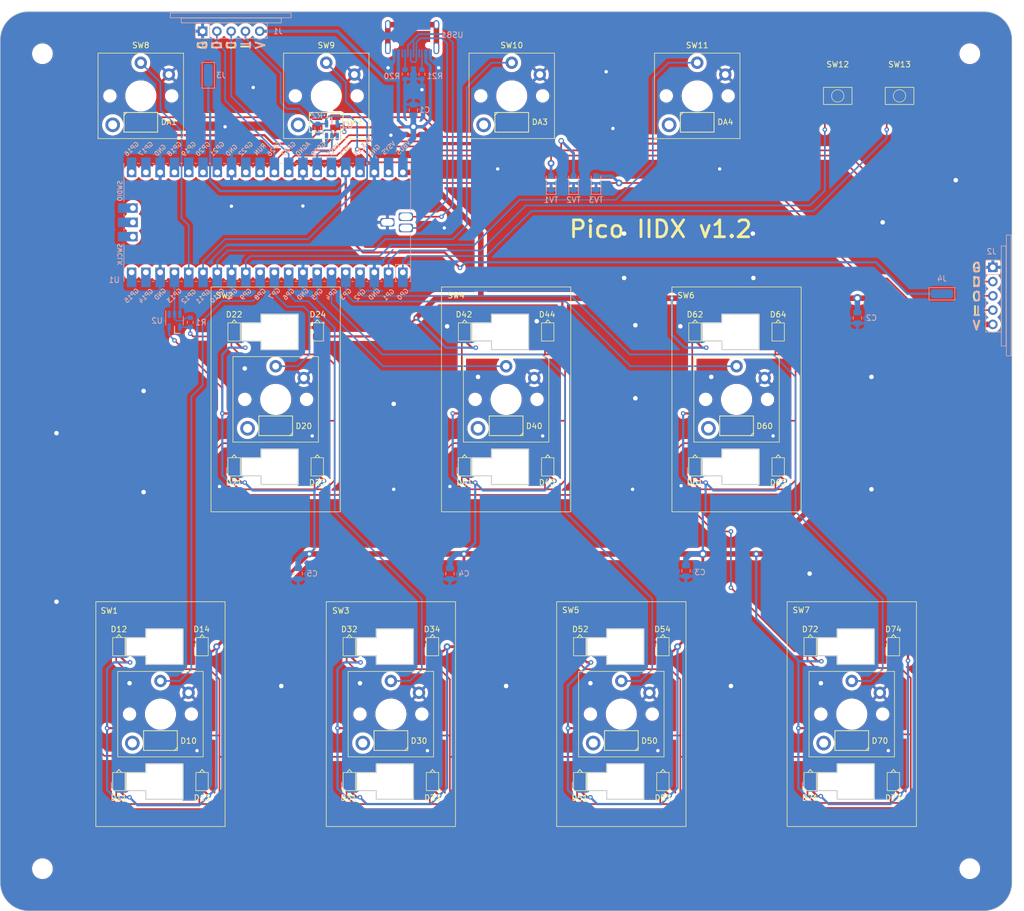
<source format=kicad_pcb>
(kicad_pcb (version 20221018) (generator pcbnew)
  (title_block (title "Pico Controller for IIDX"))
  (layers (0 "F.Cu" signal) (31 "B.Cu" signal) (34 "B.Paste" user) (35 "F.Paste" user) (36 "B.SilkS" user "B.Silkscreen") (37 "F.SilkS" user "F.Silkscreen") (38 "B.Mask" user) (39 "F.Mask" user) (44 "Edge.Cuts" user))
  (net 0 "")
  (net 1 "GND")
  (net 2 "+5V")
  (net 3 "/LED1")
  (net 10 "/LED2")
  (net 14 "/LED4")
  (net 27 "Net-(DA1-Out)")
  (net 28 "Net-(DA2-Out)")
  (net 29 "Net-(DA3-Out)")
  (net 31 "Net-(U1-GPIO13)")
  (net 32 "Net-(U1-GPIO28_ADC2)")
  (net 33 "Net-(USB1-CC1)")
  (net 34 "Net-(USB1-CC2)")
  (net 35 "Net-(U1-GPIO8)")
  (net 36 "Net-(U1-GPIO7)")
  (net 37 "Net-(U1-GPIO6)")
  (net 38 "Net-(U1-GPIO5)")
  (net 39 "Net-(U1-GPIO4)")
  (net 40 "/SDA")
  (net 41 "/SCL")
  (net 42 "/TT_LED")
  (net 43 "Net-(U1-GPIO3)")
  (net 44 "Net-(U1-GPIO2)")
  (net 45 "Net-(U1-GPIO12)")
  (net 46 "Net-(U1-GPIO11)")
  (net 47 "/LED3")
  (net 48 "Net-(U1-GPIO10)")
  (net 49 "Net-(U1-GPIO9)")
  (net 50 "Net-(U1-GPIO1)")
  (net 51 "/LED6")
  (net 52 "Net-(U1-GPIO0)")
  (net 55 "/LED5")
  (net 67 "/LED7")
  (net 71 "Net-(USB1-DN1)")
  (net 72 "Net-(USB1-DP1)")
  (net 76 "/LED8")
  (net 78 "unconnected-(USB1-SHIELD-Pad13)")
  (net 79 "+3.3V")
  (footprint "iidx_pico:WS2812B-1615" (layer "F.Cu") (at 191.42 132.4 -90)
    (fp_text reference "D72")
    (fp_text value "WS2812B_Unified" hide)
  )
  (footprint "iidx_pico:WS2812B-1615" (layer "F.Cu") (at 124.22 156.4 -90)
    (fp_text reference "D33")
    (fp_text value "WS2812B_Unified" hide)
  )
  (footprint "iidx_pico:WS2812B-2835" (layer "F.Cu") (at 198.82 149.1)
    (fp_text reference "D70")
    (fp_text value "WS2812B_Unified" hide)
  )
  (footprint "iidx_pico:WS2812B-1615" (layer "F.Cu") (at 185.72 76.4 -90)
    (fp_text reference "D64")
    (fp_text value "WS2812B_Unified" hide)
  )
  (footprint "iidx_pico:WS2812B-1615" (layer "F.Cu") (at 191.42 156.4 -90)
    (fp_text reference "D71")
    (fp_text value "WS2812B_Unified" hide)
  )
  (footprint "iidx_pico:WS2812B-1615" (layer "F.Cu") (at 170.92 100.4 -90)
    (fp_text reference "D61")
    (fp_text value "WS2812B_Unified" hide)
  )
  (footprint "iidx_pico:WS2812B-2835" (layer "F.Cu") (at 96.32 93.1)
    (fp_text reference "D20")
    (fp_text value "WS2812B_Unified" hide)
  )
  (footprint "iidx_pico:SW_Kailh_Choc_V1V2_IIDX" (layer "F.Cu") (at 157.82 144.4)
    (fp_text reference "SW5")
    (fp_text value "SWITCH_SPST" hide)
    (fp_line (start -6.1 -13.6) (end -6.1 -10.4) (stroke (width 0.2)) (layer "Edge.Cuts"))
    (fp_line (start -6.1 10.4) (end -6.1 13.6) (stroke (width 0.2)) (layer "Edge.Cuts"))
    (fp_line (start -2.6 -15.15) (end -2.6 -13.6) (stroke (width 0.2)) (layer "Edge.Cuts"))
    (fp_line (start -2.6 -15.15) (end 4 -15.15) (stroke (width 0.2)) (layer "Edge.Cuts"))
    (fp_line (start -2.6 -13.6) (end -6.1 -13.6) (stroke (width 0.2)) (layer "Edge.Cuts"))
    (fp_line (start -2.6 -10.4) (end -6.1 -10.4) (stroke (width 0.2)) (layer "Edge.Cuts"))
    (fp_line (start -2.6 -10.4) (end -2.6 -8.85) (stroke (width 0.2)) (layer "Edge.Cuts"))
    (fp_line (start -2.6 -8.85) (end 4 -8.85) (stroke (width 0.2)) (layer "Edge.Cuts"))
    (fp_line (start -2.6 8.85) (end -2.6 10.4) (stroke (width 0.2)) (layer "Edge.Cuts"))
    (fp_line (start -2.6 8.85) (end 4 8.85) (stroke (width 0.2)) (layer "Edge.Cuts"))
    (fp_line (start -2.6 10.4) (end -6.1 10.4) (stroke (width 0.2)) (layer "Edge.Cuts"))
    (fp_line (start -2.6 13.6) (end -6.1 13.6) (stroke (width 0.2)) (layer "Edge.Cuts"))
    (fp_line (start -2.6 13.6) (end -2.6 15.15) (stroke (width 0.2)) (layer "Edge.Cuts"))
    (fp_line (start -2.6 15.15) (end 4 15.15) (stroke (width 0.2)) (layer "Edge.Cuts"))
    (fp_line (start 4 -15.15) (end 4 -8.85) (stroke (width 0.2)) (layer "Edge.Cuts"))
    (fp_line (start 4 8.85) (end 4 15.15) (stroke (width 0.2)) (layer "Edge.Cuts"))
  )
  (footprint "iidx_pico:WS2812B-1615" (layer "F.Cu") (at 68.42 156.4 -90)
    (fp_text reference "D11")
    (fp_text value "WS2812B_Unified" hide)
  )
  (footprint "iidx_pico:WS2812B-2835" (layer "F.Cu") (at 75.82 149.1)
    (fp_text reference "D10")
    (fp_text value "WS2812B_Unified" hide)
  )
  (footprint "iidx_pico:MountingHole_3.2mm_M3" (layer "F.Cu") (at 54.82 26.9)
    (fp_text reference "SCR1" hide)
    (fp_text value "ScrewHole" hide)
  )
  (footprint "iidx_pico:WS2812B-1615" (layer "F.Cu") (at 144.72 100.4 -90)
    (fp_text reference "D43")
    (fp_text value "WS2812B_Unified" hide)
  )
  (footprint "iidx_pico:WS2812B-1615" (layer "F.Cu") (at 68.42 132.4 -90)
    (fp_text reference "D12")
    (fp_text value "WS2812B_Unified" hide)
  )
  (footprint "iidx_pico:WS2812B-1615" (layer "F.Cu") (at 83.22 156.4 -90)
    (fp_text reference "D13")
    (fp_text value "WS2812B_Unified" hide)
  )
  (footprint "iidx_pico:WS2812B-1615" (layer "F.Cu") (at 165.22 132.4 -90)
    (fp_text reference "D54")
    (fp_text value "WS2812B_Unified" hide)
  )
  (footprint "iidx_pico:SW_Kailh_Choc_V1V2_1.00u_LED" (layer "F.Cu") (at 138.32 34.4)
    (fp_text reference "SW10")
    (fp_text value "SWITCH_SPST" hide)
  )
  (footprint "iidx_pico:SW_Kailh_Choc_V1V2_IIDX" (layer "F.Cu") (at 96.32 88.4)
    (fp_text reference "SW2")
    (fp_text value "SWITCH_SPST" hide)
    (fp_line (start -6.1 -13.6) (end -6.1 -10.4) (stroke (width 0.2)) (layer "Edge.Cuts"))
    (fp_line (start -6.1 10.4) (end -6.1 13.6) (stroke (width 0.2)) (layer "Edge.Cuts"))
    (fp_line (start -2.6 -15.15) (end -2.6 -13.6) (stroke (width 0.2)) (layer "Edge.Cuts"))
    (fp_line (start -2.6 -15.15) (end 4 -15.15) (stroke (width 0.2)) (layer "Edge.Cuts"))
    (fp_line (start -2.6 -13.6) (end -6.1 -13.6) (stroke (width 0.2)) (layer "Edge.Cuts"))
    (fp_line (start -2.6 -10.4) (end -6.1 -10.4) (stroke (width 0.2)) (layer "Edge.Cuts"))
    (fp_line (start -2.6 -10.4) (end -2.6 -8.85) (stroke (width 0.2)) (layer "Edge.Cuts"))
    (fp_line (start -2.6 -8.85) (end 4 -8.85) (stroke (width 0.2)) (layer "Edge.Cuts"))
    (fp_line (start -2.6 8.85) (end -2.6 10.4) (stroke (width 0.2)) (layer "Edge.Cuts"))
    (fp_line (start -2.6 8.85) (end 4 8.85) (stroke (width 0.2)) (layer "Edge.Cuts"))
    (fp_line (start -2.6 10.4) (end -6.1 10.4) (stroke (width 0.2)) (layer "Edge.Cuts"))
    (fp_line (start -2.6 13.6) (end -6.1 13.6) (stroke (width 0.2)) (layer "Edge.Cuts"))
    (fp_line (start -2.6 13.6) (end -2.6 15.15) (stroke (width 0.2)) (layer "Edge.Cuts"))
    (fp_line (start -2.6 15.15) (end 4 15.15) (stroke (width 0.2)) (layer "Edge.Cuts"))
    (fp_line (start 4 -15.15) (end 4 -8.85) (stroke (width 0.2)) (layer "Edge.Cuts"))
    (fp_line (start 4 8.85) (end 4 15.15) (stroke (width 0.2)) (layer "Edge.Cuts"))
  )
  (footprint "iidx_pico:SW_Kailh_Choc_V1V2_IIDX" (layer "F.Cu") (at 116.82 144.4)
    (fp_text reference "SW3")
    (fp_text value "SWITCH_SPST" hide)
    (fp_line (start -6.1 -13.6) (end -6.1 -10.4) (stroke (width 0.2)) (layer "Edge.Cuts"))
    (fp_line (start -6.1 10.4) (end -6.1 13.6) (stroke (width 0.2)) (layer "Edge.Cuts"))
    (fp_line (start -2.6 -15.15) (end -2.6 -13.6) (stroke (width 0.2)) (layer "Edge.Cuts"))
    (fp_line (start -2.6 -15.15) (end 4 -15.15) (stroke (width 0.2)) (layer "Edge.Cuts"))
    (fp_line (start -2.6 -13.6) (end -6.1 -13.6) (stroke (width 0.2)) (layer "Edge.Cuts"))
    (fp_line (start -2.6 -10.4) (end -6.1 -10.4) (stroke (width 0.2)) (layer "Edge.Cuts"))
    (fp_line (start -2.6 -10.4) (end -2.6 -8.85) (stroke (width 0.2)) (layer "Edge.Cuts"))
    (fp_line (start -2.6 -8.85) (end 4 -8.85) (stroke (width 0.2)) (layer "Edge.Cuts"))
    (fp_line (start -2.6 8.85) (end -2.6 10.4) (stroke (width 0.2)) (layer "Edge.Cuts"))
    (fp_line (start -2.6 8.85) (end 4 8.85) (stroke (width 0.2)) (layer "Edge.Cuts"))
    (fp_line (start -2.6 10.4) (end -6.1 10.4) (stroke (width 0.2)) (layer "Edge.Cuts"))
    (fp_line (start -2.6 13.6) (end -6.1 13.6) (stroke (width 0.2)) (layer "Edge.Cuts"))
    (fp_line (start -2.6 13.6) (end -2.6 15.15) (stroke (width 0.2)) (layer "Edge.Cuts"))
    (fp_line (start -2.6 15.15) (end 4 15.15) (stroke (width 0.2)) (layer "Edge.Cuts"))
    (fp_line (start 4 -15.15) (end 4 -8.85) (stroke (width 0.2)) (layer "Edge.Cuts"))
    (fp_line (start 4 8.85) (end 4 15.15) (stroke (width 0.2)) (layer "Edge.Cuts"))
  )
  (footprint "iidx_pico:WS2812B-2835" (layer "F.Cu") (at 178.32 93.1)
    (fp_text reference "D60")
    (fp_text value "WS2812B_Unified" hide)
  )
  (footprint "iidx_pico:SW_Kailh_Choc_V1V2_1.00u_LED" (layer "F.Cu") (at 105.32 34.4)
    (fp_text reference "SW9")
    (fp_text value "SWITCH_SPST" hide)
  )
  (footprint "iidx_pico:SW_Kailh_Choc_V1V2_1.00u_LED" (layer "F.Cu") (at 72.32 34.4)
    (fp_text reference "SW8")
    (fp_text value "SWITCH_SPST" hide)
  )
  (footprint "iidx_pico:WS2812B-1615" (layer "F.Cu") (at 103.72 76.4 -90)
    (fp_text reference "D24")
    (fp_text value "WS2812B_Unified" hide)
  )
  (footprint "iidx_pico:EVQP1K05M" (layer "F.Cu") (at 207.32 34.4 90)
    (fp_text reference "SW13")
    (fp_text value "Tact_4pin")
  )
  (footprint "iidx_pico:MountingHole_3.2mm_M3" (layer "F.Cu") (at 219.82 26.9)
    (fp_text reference "SCR2" hide)
    (fp_text value "ScrewHole" hide)
  )
  (footprint "iidx_pico:WS2812B-1615" (layer "F.Cu") (at 170.92 76.4 -90)
    (fp_text reference "D62")
    (fp_text value "WS2812B_Unified" hide)
  )
  (footprint "iidx_pico:WS2812B-1615" (layer "F.Cu") (at 88.92 76.4 -90)
    (fp_text reference "D22")
    (fp_text value "WS2812B_Unified" hide)
  )
  (footprint "iidx_pico:WS2812B-1615" (layer "F.Cu") (at 185.72 100.4 -90)
    (fp_text reference "D63")
    (fp_text value "WS2812B_Unified" hide)
  )
  (footprint "iidx_pico:WS2812B-2835" (layer "F.Cu") (at 157.82 149.1)
    (fp_text reference "D50")
    (fp_text value "WS2812B_Unified" hide)
  )
  (footprint "iidx_pico:EVQP1K05M" (layer "F.Cu") (at 196.32 34.4 90)
    (fp_text reference "SW12")
    (fp_text value "Tact_4pin")
  )
  (footprint "iidx_pico:WS2812B-2835" (layer "F.Cu") (at 138.32 39.1 180)
    (fp_text reference "DA3")
    (fp_text value "WS2812B_Unified" hide)
  )
  (footprint "iidx_pico:WS2812B-1615" (layer "F.Cu") (at 206.22 132.4 -90)
    (fp_text reference "D74")
    (fp_text value "WS2812B_Unified" hide)
  )
  (footprint "iidx_pico:WS2812B-2835" (layer "F.Cu") (at 171.32 39.1 180)
    (fp_text reference "DA4")
    (fp_text value "WS2812B_Unified" hide)
  )
  (footprint "iidx_pico:WS2812B-1615" (layer "F.Cu") (at 129.92 100.4 -90)
    (fp_text reference "D41")
    (fp_text value "WS2812B_Unified" hide)
  )
  (footprint "iidx_pico:WS2812B-2835" (layer "F.Cu") (at 105.32 39.1 180)
    (fp_text reference "DA2")
    (fp_text value "WS2812B_Unified" hide)
  )
  (footprint "iidx_pico:WS2812B-1615" (layer "F.Cu") (at 88.92 100.4 -90)
    (fp_text reference "D21")
    (fp_text value "WS2812B_Unified" hide)
  )
  (footprint "iidx_pico:WS2812B-1615" (layer "F.Cu") (at 165.22 156.4 -90)
    (fp_text reference "D53")
    (fp_text value "WS2812B_Unified" hide)
  )
  (footprint "iidx_pico:WS2812B-2835" (layer "F.Cu") (at 72.32 39.1 180)
    (fp_text reference "DA1")
    (fp_text value "WS2812B_Unified" hide)
  )
  (footprint "iidx_pico:WS2812B-1615" (layer "F.Cu") (at 144.72 76.4 -90)
    (fp_text reference "D44")
    (fp_text value "WS2812B_Unified" hide)
  )
  (footprint "iidx_pico:WS2812B-1615" (layer "F.Cu") (at 103.72 100.4 -90)
    (fp_text reference "D23")
    (fp_text value "WS2812B_Unified" hide)
  )
  (footprint "iidx_pico:WS2812B-1615" (layer "F.Cu") (at 150.42 156.4 -90)
    (fp_text reference "D51")
    (fp_text value "WS2812B_Unified" hide)
  )
  (footprint "iidx_pico:SW_Kailh_Choc_V1V2_IIDX" (layer "F.Cu") (at 178.32 88.4)
    (fp_text reference "SW6")
    (fp_text value "SWITCH_SPST" hide)
    (fp_line (start -6.1 -13.6) (end -6.1 -10.4) (stroke (width 0.2)) (layer "Edge.Cuts"))
    (fp_line (start -6.1 10.4) (end -6.1 13.6) (stroke (width 0.2)) (layer "Edge.Cuts"))
    (fp_line (start -2.6 -15.15) (end -2.6 -13.6) (stroke (width 0.2)) (layer "Edge.Cuts"))
    (fp_line (start -2.6 -15.15) (end 4 -15.15) (stroke (width 0.2)) (layer "Edge.Cuts"))
    (fp_line (start -2.6 -13.6) (end -6.1 -13.6) (stroke (width 0.2)) (layer "Edge.Cuts"))
    (fp_line (start -2.6 -10.4) (end -6.1 -10.4) (stroke (width 0.2)) (layer "Edge.Cuts"))
    (fp_line (start -2.6 -10.4) (end -2.6 -8.85) (stroke (width 0.2)) (layer "Edge.Cuts"))
    (fp_line (start -2.6 -8.85) (end 4 -8.85) (stroke (width 0.2)) (layer "Edge.Cuts"))
    (fp_line (start -2.6 8.85) (end -2.6 10.4) (stroke (width 0.2)) (layer "Edge.Cuts"))
    (fp_line (start -2.6 8.85) (end 4 8.85) (stroke (width 0.2)) (layer "Edge.Cuts"))
    (fp_line (start -2.6 10.4) (end -6.1 10.4) (stroke (width 0.2)) (layer "Edge.Cuts"))
    (fp_line (start -2.6 13.6) (end -6.1 13.6) (stroke (width 0.2)) (layer "Edge.Cuts"))
    (fp_line (start -2.6 13.6) (end -2.6 15.15) (stroke (width 0.2)) (layer "Edge.Cuts"))
    (fp_line (start -2.6 15.15) (end 4 15.15) (stroke (width 0.2)) (layer "Edge.Cuts"))
    (fp_line (start 4 -15.15) (end 4 -8.85) (stroke (width 0.2)) (layer "Edge.Cuts"))
    (fp_line (start 4 8.85) (end 4 15.15) (stroke (width 0.2)) (layer "Edge.Cuts"))
  )
  (footprint "iidx_pico:SW_Kailh_Choc_V1V2_1.00u_LED" (layer "F.Cu") (at 171.32 34.4)
    (fp_text reference "SW11")
    (fp_text value "SWITCH_SPST" hide)
  )
  (footprint "iidx_pico:WS2812B-2835" (layer "F.Cu") (at 137.32 93.1)
    (fp_text reference "D40")
    (fp_text value "WS2812B_Unified" hide)
  )
  (footprint "iidx_pico:SW_Kailh_Choc_V1V2_IIDX" (layer "F.Cu") (at 198.82 144.4)
    (fp_text reference "SW7")
    (fp_text value "SWITCH_SPST" hide)
    (fp_line (start -6.1 -13.6) (end -6.1 -10.4) (stroke (width 0.2)) (layer "Edge.Cuts"))
    (fp_line (start -6.1 10.4) (end -6.1 13.6) (stroke (width 0.2)) (layer "Edge.Cuts"))
    (fp_line (start -2.6 -15.15) (end -2.6 -13.6) (stroke (width 0.2)) (layer "Edge.Cuts"))
    (fp_line (start -2.6 -15.15) (end 4 -15.15) (stroke (width 0.2)) (layer "Edge.Cuts"))
    (fp_line (start -2.6 -13.6) (end -6.1 -13.6) (stroke (width 0.2)) (layer "Edge.Cuts"))
    (fp_line (start -2.6 -10.4) (end -6.1 -10.4) (stroke (width 0.2)) (layer "Edge.Cuts"))
    (fp_line (start -2.6 -10.4) (end -2.6 -8.85) (stroke (width 0.2)) (layer "Edge.Cuts"))
    (fp_line (start -2.6 -8.85) (end 4 -8.85) (stroke (width 0.2)) (layer "Edge.Cuts"))
    (fp_line (start -2.6 8.85) (end -2.6 10.4) (stroke (width 0.2)) (layer "Edge.Cuts"))
    (fp_line (start -2.6 8.85) (end 4 8.85) (stroke (width 0.2)) (layer "Edge.Cuts"))
    (fp_line (start -2.6 10.4) (end -6.1 10.4) (stroke (width 0.2)) (layer "Edge.Cuts"))
    (fp_line (start -2.6 13.6) (end -6.1 13.6) (stroke (width 0.2)) (layer "Edge.Cuts"))
    (fp_line (start -2.6 13.6) (end -2.6 15.15) (stroke (width 0.2)) (layer "Edge.Cuts"))
    (fp_line (start -2.6 15.15) (end 4 15.15) (stroke (width 0.2)) (layer "Edge.Cuts"))
    (fp_line (start 4 -15.15) (end 4 -8.85) (stroke (width 0.2)) (layer "Edge.Cuts"))
    (fp_line (start 4 8.85) (end 4 15.15) (stroke (width 0.2)) (layer "Edge.Cuts"))
  )
  (footprint "iidx_pico:WS2812B-1615" (layer "F.Cu") (at 129.92 76.4 -90)
    (fp_text reference "D42")
    (fp_text value "WS2812B_Unified" hide)
  )
  (footprint "iidx_pico:SW_Kailh_Choc_V1V2_IIDX" (layer "F.Cu") (at 137.32 88.4)
    (fp_text reference "SW4")
    (fp_text value "SWITCH_SPST" hide)
    (fp_line (start -6.1 -13.6) (end -6.1 -10.4) (stroke (width 0.2)) (layer "Edge.Cuts"))
    (fp_line (start -6.1 10.4) (end -6.1 13.6) (stroke (width 0.2)) (layer "Edge.Cuts"))
    (fp_line (start -2.6 -15.15) (end -2.6 -13.6) (stroke (width 0.2)) (layer "Edge.Cuts"))
    (fp_line (start -2.6 -15.15) (end 4 -15.15) (stroke (width 0.2)) (layer "Edge.Cuts"))
    (fp_line (start -2.6 -13.6) (end -6.1 -13.6) (stroke (width 0.2)) (layer "Edge.Cuts"))
    (fp_line (start -2.6 -10.4) (end -6.1 -10.4) (stroke (width 0.2)) (layer "Edge.Cuts"))
    (fp_line (start -2.6 -10.4) (end -2.6 -8.85) (stroke (width 0.2)) (layer "Edge.Cuts"))
    (fp_line (start -2.6 -8.85) (end 4 -8.85) (stroke (width 0.2)) (layer "Edge.Cuts"))
    (fp_line (start -2.6 8.85) (end -2.6 10.4) (stroke (width 0.2)) (layer "Edge.Cuts"))
    (fp_line (start -2.6 8.85) (end 4 8.85) (stroke (width 0.2)) (layer "Edge.Cuts"))
    (fp_line (start -2.6 10.4) (end -6.1 10.4) (stroke (width 0.2)) (layer "Edge.Cuts"))
    (fp_line (start -2.6 13.6) (end -6.1 13.6) (stroke (width 0.2)) (layer "Edge.Cuts"))
    (fp_line (start -2.6 13.6) (end -2.6 15.15) (stroke (width 0.2)) (layer "Edge.Cuts"))
    (fp_line (start -2.6 15.15) (end 4 15.15) (stroke (width 0.2)) (layer "Edge.Cuts"))
    (fp_line (start 4 -15.15) (end 4 -8.85) (stroke (width 0.2)) (layer "Edge.Cuts"))
    (fp_line (start 4 8.85) (end 4 15.15) (stroke (width 0.2)) (layer "Edge.Cuts"))
  )
  (footprint "iidx_pico:WS2812B-1615" (layer "F.Cu") (at 109.42 132.4 -90)
    (fp_text reference "D32")
    (fp_text value "WS2812B_Unified" hide)
  )
  (footprint "iidx_pico:WS2812B-1615" (layer "F.Cu") (at 109.42 156.4 -90)
    (fp_text reference "D31")
    (fp_text value "WS2812B_Unified" hide)
  )
  (footprint "iidx_pico:MountingHole_3.2mm_M3" (layer "F.Cu") (at 219.82 171.9)
    (fp_text reference "SCR4" hide)
    (fp_text value "ScrewHole" hide)
  )
  (footprint "iidx_pico:MountingHole_3.2mm_M3" (layer "F.Cu") (at 54.82 171.9)
    (fp_text reference "SCR3" hide)
    (fp_text value "ScrewHole" hide)
  )
  (footprint "iidx_pico:WS2812B-2835" (layer "F.Cu") (at 116.82 149.1)
    (fp_text reference "D30")
    (fp_text value "WS2812B_Unified" hide)
  )
  (footprint "iidx_pico:SW_Kailh_Choc_V1V2_IIDX" (layer "F.Cu") (at 75.82 144.4)
    (fp_text reference "SW1")
    (fp_text value "SWITCH_SPST" hide)
    (fp_line (start -6.1 -13.6) (end -6.1 -10.4) (stroke (width 0.2)) (layer "Edge.Cuts"))
    (fp_line (start -6.1 10.4) (end -6.1 13.6) (stroke (width 0.2)) (layer "Edge.Cuts"))
    (fp_line (start -2.6 -15.15) (end -2.6 -13.6) (stroke (width 0.2)) (layer "Edge.Cuts"))
    (fp_line (start -2.6 -15.15) (end 4 -15.15) (stroke (width 0.2)) (layer "Edge.Cuts"))
    (fp_line (start -2.6 -13.6) (end -6.1 -13.6) (stroke (width 0.2)) (layer "Edge.Cuts"))
    (fp_line (start -2.6 -10.4) (end -6.1 -10.4) (stroke (width 0.2)) (layer "Edge.Cuts"))
    (fp_line (start -2.6 -10.4) (end -2.6 -8.85) (stroke (width 0.2)) (layer "Edge.Cuts"))
    (fp_line (start -2.6 -8.85) (end 4 -8.85) (stroke (width 0.2)) (layer "Edge.Cuts"))
    (fp_line (start -2.6 8.85) (end -2.6 10.4) (stroke (width 0.2)) (layer "Edge.Cuts"))
    (fp_line (start -2.6 8.85) (end 4 8.85) (stroke (width 0.2)) (layer "Edge.Cuts"))
    (fp_line (start -2.6 10.4) (end -6.1 10.4) (stroke (width 0.2)) (layer "Edge.Cuts"))
    (fp_line (start -2.6 13.6) (end -6.1 13.6) (stroke (width 0.2)) (layer "Edge.Cuts"))
    (fp_line (start -2.6 13.6) (end -2.6 15.15) (stroke (width 0.2)) (layer "Edge.Cuts"))
    (fp_line (start -2.6 15.15) (end 4 15.15) (stroke (width 0.2)) (layer "Edge.Cuts"))
    (fp_line (start 4 -15.15) (end 4 -8.85) (stroke (width 0.2)) (layer "Edge.Cuts"))
    (fp_line (start 4 8.85) (end 4 15.15) (stroke (width 0.2)) (layer "Edge.Cuts"))
  )
  (footprint "iidx_pico:WS2812B-1615" (layer "F.Cu") (at 124.22 132.4 -90)
    (fp_text reference "D34")
    (fp_text value "WS2812B_Unified" hide)
  )
  (footprint "iidx_pico:WS2812B-1615" (layer "F.Cu") (at 83.22 132.4 -90)
    (fp_text reference "D14")
    (fp_text value "WS2812B_Unified" hide)
  )
  (footprint "iidx_pico:WS2812B-1615" (layer "F.Cu") (at 150.42 132.4 -90)
    (fp_text reference "D52")
    (fp_text value "WS2812B_Unified" hide)
  )
  (footprint "iidx_pico:WS2812B-1615" (layer "F.Cu") (at 206.22 156.4 -90)
    (fp_text reference "D73")
    (fp_text value "WS2812B_Unified" hide)
  )
  (footprint "iidx_pico:SOT-23-5_Jumper" (layer "B.Cu") (at 78.32 74.4 -90)
    (fp_text reference "U2")
    (fp_text value "SN74LV1T34DBV")
  )
  (footprint "Capacitor_SMD:C_0805_2012Metric" (layer "B.Cu") (at 169.32 118.9 -90)
    (fp_text reference "C3")
    (fp_text value "1uF" hide)
  )
  (footprint "Resistor_SMD:R_0603_1608Metric" (layer "B.Cu") (at 103.82 40.2 -90)
    (fp_text reference "R2")
    (fp_text value "10")
  )
  (footprint "Diode_SMD:D_SOD-323_HandSoldering" (layer "B.Cu") (at 145.32 49.9 90)
    (fp_text reference "TV1")
    (fp_text value "D_TVS" hide)
  )
  (footprint "iidx_pico:Solder_1P" (layer "B.Cu") (at 84.33 30.73 90)
    (fp_text reference "J3")
    (fp_text value "Conn_01x01" hide)
  )
  (footprint "MCU_RaspberryPi_and_Boards:RPi_Pico_SMD" (layer "B.Cu") (at 94.82 56.9 90)
    (fp_text reference "U1")
    (fp_text value "Pico")
  )
  (footprint "Diode_SMD:D_SOD-323_HandSoldering" (layer "B.Cu") (at 153.32 49.9 90)
    (fp_text reference "TV3")
    (fp_text value "D_TVS" hide)
  )
  (footprint "Capacitor_SMD:C_0805_2012Metric" (layer "B.Cu") (at 199.82 73.9 -90)
    (fp_text reference "C2")
    (fp_text value "1uF" hide)
  )
  (footprint "Resistor_SMD:R_0603_1608Metric" (layer "B.Cu") (at 81.12 74.7 90)
    (fp_text reference "R1")
    (fp_text value "10")
  )
  (footprint "Capacitor_SMD:C_0805_2012Metric" (layer "B.Cu") (at 100.32 119.4 -90)
    (fp_text reference "C5")
    (fp_text value "1uF" hide)
  )
  (footprint "iidx_pico:Pogo_5P_Female" (layer "B.Cu") (at 83.32 22.9 -90)
    (fp_text reference "J1")
    (fp_text value "CONN_01x05" hide)
  )
  (footprint "Diode_SMD:D_SOD-323_HandSoldering" (layer "B.Cu") (at 149.32 49.9 90)
    (fp_text reference "TV2")
    (fp_text value "D_TVS" hide)
  )
  (footprint "Resistor_SMD:R_0603_1608Metric" (layer "B.Cu") (at 119.34381 30.55 -90)
    (fp_text reference "R20")
    (fp_text value "5K1" hide)
  )
  (footprint "Capacitor_SMD:C_0805_2012Metric" (layer "B.Cu") (at 127.32 119.4 -90)
    (fp_text reference "C4")
    (fp_text value "1uF" hide)
  )
  (footprint "Resistor_SMD:R_0603_1608Metric" (layer "B.Cu") (at 122.34381 30.55 -90)
    (fp_text reference "R21")
    (fp_text value "5K1" hide)
  )
  (footprint "iidx_pico:Solder_1P" (layer "B.Cu") (at 214.86 69.61 180)
    (fp_text reference "J4")
    (fp_text value "Conn_01x01" hide)
  )
  (footprint "iidx_pico:SOT-23-5_Jumper" (layer "B.Cu") (at 106.32 40.5 90)
    (fp_text reference "U3")
    (fp_text value "SN74LV1T34DBV")
  )
  (footprint "iidx_pico:Pogo_5P_Female" (layer "B.Cu") (at 223.92 64.9 180)
    (fp_text reference "J2")
    (fp_text value "CONN_01x05" hide)
  )
  (footprint "Type-C:HRO-TYPE-C-31-M-12-Assembly" (layer "B.Cu") (at 120.59381 19.1375)
    (fp_text reference "USB1")
    (fp_text value "U262-161N-4BVC11" hide)
  )
  (footprint "Capacitor_SMD:C_0805_2012Metric" (layer "B.Cu") (at 120.82 36.9 90)
    (fp_text reference "C1")
    (fp_text value "1uF" hide)
  )
  (gr_line (start 227.32 24.4) (end 227.32 174.4) (stroke (width 0.1)) (layer "Edge.Cuts"))
  (gr_arc (start 222.32 19.4) (mid 225.855534 20.864466) (end 227.32 24.4) (stroke (width 0.1)) (layer "Edge.Cuts"))
  (gr_line (start 47.32 174.4) (end 47.32 24.4) (stroke (width 0.1)) (layer "Edge.Cuts"))
  (gr_line (start 52.32 19.4) (end 222.32 19.4) (stroke (width 0.1)) (layer "Edge.Cuts"))
  (gr_line (start 52.32 179.4) (end 222.32 179.4) (stroke (width 0.1)) (layer "Edge.Cuts"))
  (gr_arc (start 227.32 174.4) (mid 225.855534 177.935534) (end 222.32 179.4) (stroke (width 0.1)) (layer "Edge.Cuts"))
  (gr_arc (start 47.32 24.4) (mid 48.784466 20.864466) (end 52.32 19.4) (stroke (width 0.1)) (layer "Edge.Cuts"))
  (gr_arc (start 52.32 179.4) (mid 48.784466 177.935534) (end 47.32 174.4) (stroke (width 0.1)) (layer "Edge.Cuts"))
  (gr_text "G\nD\nC\nL\nV" (at 88.444079 25.399999 90) (layer "B.SilkS") (effects (font (size 1.6 1.5) (thickness 0.3)) (justify mirror)))
  (gr_text "G\nD\nC\nL\nV" (at 221.043946 70.121602) (layer "B.SilkS") (effects (font (size 1.6 1.5) (thickness 0.3)) (justify mirror)))
  (gr_text "G\nD\nC\nL\nV" (at 88.458807 25.373368 90) (layer "F.SilkS") (effects (font (size 1.6 1.5) (thickness 0.3))))
  (gr_text "G\nD\nC\nL\nV" (at 220.992803 70.088944) (layer "F.SilkS") (effects (font (size 1.6 1.5) (thickness 0.3))))
  (gr_text "Pico IIDX v1.2" (at 164.82 58.1) (layer "F.SilkS") (effects (font (size 3 3) (thickness 0.5))))
  (via (at 173.82 84.4) (size 1.5) (drill 0.8) (layers "F.Cu" "B.Cu") (net 1))
  (via (at 160.32 75.2) (size 1.5) (drill 0.8) (layers "F.Cu" "B.Cu") (net 1))
  (via (at 156.32 40.2) (size 1.2) (drill 0.6) (layers "F.Cu" "B.Cu") (net 1))
  (via (at 101.16 53.99) (size 1.2) (drill 0.6) (layers "F.Cu" "B.Cu") (net 1))
  (via (at 88.45 54.03) (size 1.2) (drill 0.6) (layers "F.Cu" "B.Cu") (net 1))
  (via (at 158.32 58.9) (size 1.5) (drill 0.8) (layers "F.Cu" "B.Cu") (net 1))
  (via (at 72.82 86.9) (size 1.5) (drill 0.8) (layers "F.Cu" "B.Cu") (net 1))
  (via (at 82.32 150.9) (size 1.2) (drill 0.6) (layers "F.Cu" "B.Cu") (net 1))
  (via (at 90.82 82.9) (size 1.5) (drill 0.8) (layers "F.Cu" "B.Cu") (net 1))
  (via (at 117.32 89.2) (size 1.5) (drill 0.8) (layers "F.Cu" "B.Cu") (net 1))
  (via (at 97.32 139.4) (size 1.5) (drill 0.8) (layers "F.Cu" "B.Cu") (net 1))
  (via (at 87.32 39.9) (size 1.2) (drill 0.6) (layers "F.Cu" "B.Cu") (net 1))
  (via (at 116.32 29.4) (size 1) (drill 0.6) (layers "F.Cu" "B.Cu") (net 1))
  (via (at 57.32 94.4) (size 1.5) (drill 0.8) (layers "F.Cu" "B.Cu") (net 1))
  (via (at 135.82 47.4) (size 1.2) (drill 0.6) (layers "F.Cu" "B.Cu") (net 1))
  (via (at 132.32 84.4) (size 1.5) (drill 0.8) (layers "F.Cu" "B.Cu") (net 1))
  (via (at 205.32 150.9) (size 1.2) (drill 0.6) (layers "F.Cu" "B.Cu") (net 1))
  (via (at 155.12 30.1) (size 1.2) (drill 0.6) (layers "F.Cu" "B.Cu") (net 1))
  (via (at 193.32 138.9) (size 1.5) (drill 0.8) (layers "F.Cu" "B.Cu") (net 1))
  (via (at 57.32 124.4) (size 1.5) (drill 0.8) (layers "F.Cu" "B.Cu") (net 1))
  (via (at 217.32 49.4) (size 1.5) (drill 0.8) (layers "F.Cu" "B.Cu") (net 1))
  (via (at 158.32 66.8) (size 1.5) (drill 0.8) (layers "F.Cu" "B.Cu") (net 1))
  (via (at 86.32 103.9) (size 1.2) (drill 0.6) (layers "F.Cu" "B.Cu") (net 1))
  (via (at 191.32 119.4) (size 1.5) (drill 0.8) (layers "F.Cu" "B.Cu") (net 1))
  (via (at 164.32 150.9) (size 1.2) (drill 0.6) (layers "F.Cu" "B.Cu") (net 1))
  (via (at 126.82 75.4) (size 1.5) (drill 0.8) (layers "F.Cu" "B.Cu") (net 1))
  (via (at 168.456043 103.763957) (size 1.2) (drill 0.6) (layers "F.Cu" "B.Cu") (net 1))
  (via (at 175.32 47.4) (size 1.2) (drill 0.6) (layers "F.Cu" "B.Cu") (net 1))
  (via (at 117.32 104.4) (size 1.2) (drill 0.6) (layers "F.Cu" "B.Cu") (net 1))
  (via (at 116.82 41.4) (size 1.2) (drill 0.6) (layers "F.Cu" "B.Cu") (net 1))
  (via (at 142.766742 74.491196) (size 1.5) (drill 0.8) (layers "F.Cu" "B.Cu") (net 1))
  (via (at 143.82 94.9) (size 1.2) (drill 0.6) (layers "F.Cu" "B.Cu") (net 1))
  (via (at 160.32 88.2) (size 1.5) (drill 0.8) (layers "F.Cu" "B.Cu") (net 1))
  (via (at 168.32 75.4) (size 1.5) (drill 0.8) (layers "F.Cu" "B.Cu") (net 1))
  (via locked (at 122.34381 33.3) (size 1) (drill 0.6) (layers "F.Cu" "B.Cu") (net 1))
  (via (at 204.32 56.9) (size 1.5) (drill 0.8) (layers "F.Cu" "B.Cu") (net 1))
  (via (at 70.32 138.9) (size 1.5) (drill 0.8) (layers "F.Cu" "B.Cu") (net 1))
  (via (at 177.32 139.4) (size 1.5) (drill 0.8) (layers "F.Cu" "B.Cu") (net 1))
  (via (at 202.32 104.4) (size 1.5) (drill 0.8) (layers "F.Cu" "B.Cu") (net 1))
  (via (at 111.32 138.9) (size 1.5) (drill 0.8) (layers "F.Cu" "B.Cu") (net 1))
  (via (at 152.32 138.9) (size 1.5) (drill 0.8) (layers "F.Cu" "B.Cu") (net 1))
  (via (at 92.32 32.9) (size 1.2) (drill 0.6) (layers "F.Cu" "B.Cu") (net 1))
  (via (at 159.82 104.4) (size 1.2) (drill 0.6) (layers "F.Cu" "B.Cu") (net 1))
  (via (at 137.32 139.4) (size 1.5) (drill 0.8) (layers "F.Cu" "B.Cu") (net 1))
  (via (at 202.32 84.4) (size 1.5) (drill 0.8) (layers "F.Cu" "B.Cu") (net 1))
  (via (at 102.82 94.9) (size 1.2) (drill 0.6) (layers "F.Cu" "B.Cu") (net 1))
  (via (at 72.82 104.9) (size 1.5) (drill 0.8) (layers "F.Cu" "B.Cu") (net 1))
  (via (at 127.32 103.9) (size 1.2) (drill 0.6) (layers "F.Cu" "B.Cu") (net 1))
  (via (at 125.32 29.4) (size 1) (drill 0.6) (layers "F.Cu" "B.Cu") (net 1))
  (via (at 181.22 58.9) (size 1.5) (drill 0.8) (layers "F.Cu" "B.Cu") (net 1))
  (via (at 123.32 150.9) (size 1.2) (drill 0.6) (layers "F.Cu" "B.Cu") (net 1))
  (via (at 126.32 57.9) (size 1.2) (drill 0.6) (layers "F.Cu" "B.Cu") (net 1))
  (via (at 181.32 66.8) (size 1.5) (drill 0.8) (layers "F.Cu" "B.Cu") (net 1))
  (via (at 184.82 94.9) (size 1.2) (drill 0.6) (layers "F.Cu" "B.Cu") (net 1))
  (segment (start 123.81881 27.89881) (end 123.81881 26.8325) (width 0.5) (layer "B.Cu") (net 1))
  (segment (start 117.36881 26.8325) (end 117.36881 28.35119) (width 0.5) (layer "B.Cu") (net 1))
  (segment (start 117.36881 28.35119) (end 116.32 29.4) (width 0.5) (layer "B.Cu") (net 1))
  (segment (start 123.81881 27.89881) (end 125.32 29.4) (width 0.5) (layer "B.Cu") (net 1))
  (segment (start 104.2 101.2) (end 104.2 102.18) (width 0.4) (layer "F.Cu") (net 2))
  (segment (start 135.72 92.2) (end 134.12 92.2) (width 0.4) (layer "F.Cu") (net 2))
  (segment (start 150.9 158.38) (end 151.72 159.2) (width 0.4) (layer "F.Cu") (net 2))
  (segment (start 167.82 132.4) (end 172.32 127.9) (width 0.5) (layer "F.Cu") (net 2))
  (segment (start 167.02 133.2) (end 167.82 132.4) (width 0.4) (layer "F.Cu") (net 2))
  (segment (start 109.9 157.2) (end 109.9 158.38) (width 0.4) (layer "F.Cu") (net 2))
  (segment (start 121.93 48.01) (end 132.82 58.9) (width 1) (layer "F.Cu") (net 2))
  (segment (start 89.4 77.2) (end 89.4 78.38) (width 0.4) (layer "F.Cu") (net 2))
  (segment (start 205.82 70.4) (end 210.48 75.06) (width 1) (layer "F.Cu") (net 2))
  (segment (start 106.92 41.3) (end 105.32 42.9) (width 0.4) (layer "F.Cu") (net 2))
  (segment (start 102.32 115.9) (end 85.82 132.4) (width 0.6) (layer "F.Cu") (net 2))
  (segment (start 132.82 58.9) (end 132.82 70.4) (width 1) (layer "F.Cu") (net 2))
  (segment (start 69.72 159.2) (end 70.32 159.2) (width 0.4) (layer "F.Cu") (net 2))
  (segment (start 125.52 42.9) (end 122.52 39.9) (width 0.6) (layer "F.Cu") (net 2))
  (segment (start 188.32 70.4) (end 190.82 70.4) (width 1) (layer "F.Cu") (net 2))
  (segment (start 149.02 40) (end 149.32 40.3) (width 0.4) (layer "F.Cu") (net 2))
  (segment (start 129.82 131.4) (end 129.82 115.9) (width 0.5) (layer "F.Cu") (net 2))
  (segment (start 171.4 101.2) (end 171.4 102.38) (width 0.4) (layer "F.Cu") (net 2))
  (segment (start 126.82 132.4) (end 128.82 132.4) (width 0.5) (layer "F.Cu") (net 2))
  (segment (start 86.82 86.4) (end 86.82 90.9) (width 0.3) (layer "F.Cu") (net 2))
  (segment (start 191.9 158.18) (end 192.72 159) (width 0.4) (layer "F.Cu") (net 2))
  (segment (start 172.92 41.8) (end 172.92 40) (width 0.4) (layer "F.Cu") (net 2))
  (segment (start 208.12 133.2) (end 208.82 133.9) (width 0.4) (layer "F.Cu") (net 2))
  (segment (start 206.7 133.2) (end 208.12 133.2) (width 0.4) (layer "F.Cu") (net 2))
  (segment (start 89.4 102.38) (end 90.22 103.2) (width 0.4) (layer "F.Cu") (net 2))
  (segment (start 85.82 132.5) (end 85.12 133.2) (width 0.4) (layer "F.Cu") (net 2))
  (segment (start 146.52 77.2) (end 147.32 76.4) (width 0.4) (layer "F.Cu") (net 2))
  (segment (start 191.9 134.18) (end 192.72 135) (width 0.4) (layer "F.Cu") (net 2))
  (segment (start 151.72 159.2) (end 152.32 159.2) (width 0.4) (layer "F.Cu") (net 2))
  (segment (start 195.62 148.2) (end 194.32 146.9) (width 0.4) (layer "F.Cu") (net 2))
  (segment (start 85.12 133.2) (end 83.7 133.2) (width 0.4) (layer "F.Cu") (net 2))
  (segment (start 190.82 108.4) (end 183.32 115.9) (width 1) (layer "F.Cu") (net 2))
  (segment (start 77.62 41.4) (end 76.22 40) (width 0.4) (layer "F.Cu") (net 2))
  (segment (start 132.82 70.4) (end 147.32 70.4) (width 1) (layer "F.Cu") (net 2))
  (segment (start 83.7 157.2) (end 83.7 158.18) (width 0.4) (layer "F.Cu") (net 2))
  (segment (start 139.92 41.5) (end 138.52 42.9) (width 0.6) (layer "F.Cu") (net 2))
  (segment (start 145.2 102.18) (end 145.92 102.9) (width 0.4) (layer "F.Cu") (net 2))
  (segment (start 120.72 40) (end 108.52 40) (width 0.4) (layer "F.Cu") (net 2))
  (segment (start 171.4 77.2) (end 171.4 78.38) (width 0.4) (layer "F.Cu") (net 2))
  (segment (start 151.72 135.2) (end 152.42 135.2) (width 0.4) (layer "F.Cu") (net 2))
  (segment (start 186.2 77.2) (end 190.82 77.2) (width 0.4) (layer "F.Cu") (net 2))
  (segment (start 172.32 127.9) (end 172.32 115.9) (width 0.5) (layer "F.Cu") (net 2))
  (segment (start 186.2 102.18) (end 186.92 102.9) (width 0.4) (layer "F.Cu") (net 2))
  (segment (start 150.9 133.2) (end 150.9 134.38) (width 0.4) (layer "F.Cu") (net 2))
  (segment (start 118.02 77.2) (end 104.2 77.2) (width 0.4) (layer "F.Cu") (net 2))
  (segment (start 145.2 101.2) (end 145.2 102.18) (width 0.4) (layer "F.Cu") (net 2))
  (segment (start 109.9 134.38) (end 110.72 135.2) (width 0.4) (layer "F.Cu") (net 2))
  (segment (start 197.22 148.2) (end 195.62 148.2) (width 0.4) (layer "F.Cu") (net 2))
  (segment (start 95.82 42.9) (end 94.32 41.4) (width 0.4) (layer "F.Cu") (net 2))
  (segment (start 171.4 78.38) (end 172.22 79.2) (width 0.4) (layer "F.Cu") (net 2))
  (segment (start 183.32 115.9) (end 172.32 115.9) (width 1) (layer "F.Cu") (net 2))
  (segment (start 165.7 158.18) (end 166.42 158.9) (width 0.4) (layer "F.Cu") (net 2))
  (segment (start 122.52 39.9) (end 120.82 39.9) (width 0.6) (layer "F.Cu") (net 2))
  (segment (start 128.82 132.4) (end 129.82 131.4) (width 0.5) (layer "F.Cu") (net 2))
  (segment (start 145.2 77.2) (end 146.52 77.2) (width 0.4) (layer "F.Cu") (net 2))
  (segment (start 120.82 39.9) (end 120.72 40) (width 0.3) (layer "F.Cu") (net 2))
  (segment (start 172.22 79.2) (end 172.92 79.2) (width 0.4) (layer "F.Cu") (net 2))
  (segment (start 108.52 40) (end 108.52 40.8) (width 0.4) (layer "F.Cu") (net 2))
  (segment (start 93.12 92.2) (end 91.82 90.9) (width 0.4) (layer "F.Cu") (net 2))
  (segment (start 76.22 40) (end 73.92 40) (width 0.4) (layer "F.Cu") (net 2))
  (segment (start 130.4 102.38) (end 131.22 103.2) (width 0.4) (layer "F.Cu") (net 2))
  (segment (start 85.82 132.4) (end 85.82 132.5) (width 0.4) (layer "F.Cu") (net 2))
  (segment (start 150.9 134.38) (end 151.72 135.2) (width 0.4) (layer "F.Cu") (net 2))
  (segment (start 126.12 133.2) (end 124.7 133.2) (width 0.4) (layer "F.Cu") (net 2))
  (segment (start 106.92 40) (end 106.92 41.3) (width 0.4) (layer "F.Cu") (net 2))
  (segment (start 109.9 133.2) (end 109.9 134.38) (width 0.4) (layer "F.Cu") (net 2))
  (segment (start 110.72 159.2) (end 111.32 159.2) (width 0.4) (layer "F.Cu") (net 2))
  (segment (start 131.22 103.2) (end 131.82 103.2) (width 0.4) (layer "F.Cu") (net 2))
  (segment (start 130.4 101.2) (end 130.4 102.38) (width 0.4) (layer "F.Cu") (net 2))
  (segment (start 71.32 146.9) (end 66.32 146.9) (width 0.4) (layer "F.Cu") (net 2))
  (segment (start 72.62 148.2) (end 71.32 146.9) (width 0.4) (layer "F.Cu") (net 2))
  (segment (start 206.7 157) (end 206.7 157.98) (width 0.4) (layer "F.Cu") (net 2))
  (segment (start 113.62 148.2) (end 112.32 146.9) (width 0.4) (layer "F.Cu") (net 2))
  (segment (start 89.4 78.38) (end 90.22 79.2) (width 0.4) (layer "F.Cu") (net 2))
  (segment (start 165.7 157.2) (end 165.7 158.18) (width 0.4) (layer "F.Cu") (net 2))
  (segment (start 191.9 133) (end 191.9 134.18) (width 0.4) (layer "F.Cu") (net 2))
  (segment (start 147.32 76.4) (end 147.32 70.4) (width 0.4) (layer "F.Cu") (net 2))
  (segment (start 109.9 158.38) (end 110.72 159.2) (width 0.4) (layer "F.Cu") (net 2))
  (segment (start 112.32 146.9) (end 107.32 146.9) (width 0.4) (layer "F.Cu") (net 2))
  (segment (start 210.48 75.06) (end 223.92 75.06) (width 1) (layer "F.Cu") (net 2))
  (segment (start 90.22 103.2) (end 90.82 103.2) (width 0.4) (layer "F.Cu") (net 2))
  (segment (start 173.82 90.9) (end 168.82 90.9) (width 0.4) (layer "F.Cu") (net 2))
  (segment (start 118.95 48.01) (end 121.93 48.01) (width 1) (layer "F.Cu") (net 2))
  (segment (start 129.82 115.9) (end 172.32 115.9) (width 1) (layer "F.Cu") (net 2))
  (segment (start 118.02 77.2) (end 121.32 73.9) (width 0.4) (layer "F.Cu") (net 2))
  (segment (start 91.82 90.9) (end 86.82 90.9) (width 0.4) (layer "F.Cu") (net 2))
  (segment (start 190.82 70.4) (end 190.82 108.4) (width 1) (layer "F.Cu") (net 2))
  (segment (start 149.32 40.3) (end 151.92 42.9) (width 0.4) (layer "F.Cu") (net 2))
  (segment (start 134.12 92.2) (end 132.82 90.9) (width 0.4) (layer "F.Cu") (net 2))
  (segment (start 190.82 70.4) (end 205.82 70.4) (width 1) (layer "F.Cu") (net 2))
  (segment (start 138.52 42.9) (end 125.52 42.9) (width 0.6) (layer "F.Cu") (net 2))
  (segment (start 176.72 92.2) (end 175.12 92.2) (width 0.4) (layer "F.Cu") (net 2))
  (segment (start 74.22 148.2) (end 72.62 148.2) (width 0.4) (layer "F.Cu") (net 2))
  (segment (start 102.32 115.9) (end 129.82 115.9) (width 1) (layer "F.Cu") (net 2))
  (segment (start 206.7 157.98) (end 207.42 158.7) (width 0.4) (layer "F.Cu") (net 2))
  (segment (start 89.4 101.2) (end 89.4 102.38) (width 0.4) (layer "F.Cu") (net 2))
  (segment (start 83.7 158.18) (end 84.42 158.9) (width 0.4) (layer "F.Cu") (net 2))
  (segment (start 105.32 42.9) (end 95.82 42.9) (width 0.4) (layer "F.Cu") (net 2))
  (segment (start 130.4 78.38) (end 131.22 79.2) (width 0.4) (layer "F.Cu") (net 2))
  (segment (start 131.22 79.2) (end 131.92 79.2) (width 0.4) (layer "F.Cu") (net 2))
  (segment (start 124.82 70.4) (end 121.32 73.9) (width 1) (layer "F.Cu") (net 2))
  (segment (start 208.82 133.9) (end 208.82 134.9) (width 0.4) (layer "F.Cu") (net 2))
  (segment (start 191.9 157) (end 191.9 158.18) (width 0.4) (layer "F.Cu") (net 2))
  (segment (start 194.32 146.9) (end 189.32 146.9) (width 0.4) (layer "F.Cu") (net 2))
  (segment (start 139.92 40) (end 149.02 40) (width 0.4) (layer "F.Cu") (net 2))
  (segment (start 104.2 102.18) (end 104.92 102.9) (width 0.4) (layer "F.Cu") (net 2))
  (segment (start 94.32 41.4) (end 77.62 41.4) (width 0.4) (layer "F.Cu") (net 2))
  (segment (start 154.62 148.2) (end 153.32 146.9) (width 0.4) (layer "F.Cu") (net 2))
  (segment (start 78.32 77.9) (end 86.82 86.4) (width 0.3) (layer "F.Cu") (net 2))
  (segment (start 68.9 158.38) (end 69.72 159.2) (width 0.4) (layer "F.Cu") (net 2))
  (segment (start 115.22 148.2) (end 113.62 148.2) (width 0.4) (layer "F.Cu") (net 2))
  (segment (start 171.82 42.9) (end 172.92 41.8) (width 0.4) (layer "F.Cu") (net 2))
  (segment (start 126.82 132.4) (end 126.82 132.5) (width 0.3) (layer "F.Cu") (net 2))
  (segment (start 68.9 134.38) (end 69.72 135.2) (width 0.4) (layer "F.Cu") (net 2))
  (segment (start 69.72 135.2) (end 70.42 135.2) (width 0.4) (layer "F.Cu") (net 2))
  (segment (start 151.92 42.9) (end 171.82 42.9) (width 0.4) (layer "F.Cu") (net 2))
  (segment (start 132.82 90.9) (end 127.82 90.9) (width 0.4) (layer "F.Cu") (net 2))
  (segment (start 192.72 159) (end 193.32 159) (width 0.4) (layer "F.Cu") (net 2))
  (segment (start 124.7 158.18) (end 125.42 158.9) (width 0.4) (layer "F.Cu") (net 2))
  (segment (start 126.82 132.5) (end 126.12 133.2) (width 0.4) (layer "F.Cu") (net 2))
  (segment (start 150.9 157.2) (end 150.9 158.38) (width 0.4) (layer "F.Cu") (net 2))
  (segment (start 175.12 92.2) (end 173.82 90.9) (width 0.4) (layer "F.Cu") (net 2))
  (segment (start 186.2 101.2) (end 186.2 102.18) (width 0.4) (layer "F.Cu") (net 2))
  (segment (start 147.32 70.4) (end 188.32 70.4) (width 1) (layer "F.Cu") (net 2))
  (segment (start 153.32 146.9) (end 148.32 146.9) (width 0.4) (layer "F.Cu") (net 2))
  (segment (start 130.4 77.2) (end 130.4 78.38) (width 0.4) (layer "F.Cu") (net 2))
  (segment (start 94.72 92.2) (end 93.12 92.2) (width 0.4) (layer "F.Cu") (net 2))
  (segment (start 171.4 102.38) (end 172.22 103.2) (width 0.4) (layer "F.Cu") (net 2))
  (segment (start 68.9 133.2) (end 68.9 134.38) (width 0.4) (layer "F.Cu") (net 2))
  (segment (start 139.92 41.5) (end 139.92 40) (width 0.6) (layer "F.Cu") (net 2))
  (segment (start 132.82 70.4) (end 124.82 70.4) (width 1) (layer "F.Cu") (net 2))
  (segment (start 172.22 103.2) (end 172.82 103.2) (width 0.4) (layer "F.Cu") (net 2))
  (segment (start 156.22 148.2) (end 154.62 148.2) (width 0.4) (layer "F.Cu") (net 2))
  (segment (start 192.72 135) (end 193.42 135) (width 0.4) (layer "F.Cu") (net 2))
  (segment (start 108.52 40) (end 106.92 40) (width 0.4) (layer "F.Cu") (net 2))
  (segment (start 124.7 157.2) (end 124.7 158.18) (width 0.4) (layer "F.Cu") (net 2))
  (segment (start 90.22 79.2) (end 90.92 79.2) (width 0.4) (layer "F.Cu") (net 2))
  (segment (start 110.72 135.2) (end 111.42 135.2) (width 0.4) (layer "F.Cu") (net 2))
  (segment (start 165.7 133.2) (end 167.02 133.2) (width 0.4) (layer "F.Cu") (net 2))
  (segment (start 68.9 157.2) (end 68.9 158.38) (width 0.4) (layer "F.Cu") (net 2))
  (via (at 166.42 158.9) (size 0.8) (drill 0.4) (layers "F.Cu" "B.Cu") (net 2))
  (via (at 125.42 158.9) (size 0.8) (drill 0.4) (layers "F.Cu" "B.Cu") (net 2))
  (via (at 172.92 79.2) (size 0.8) (drill 0.4) (layers "F.Cu" "B.Cu") (net 2))
  (via (at 193.32 159) (size 0.8) (drill 0.4) (layers "F.Cu" "B.Cu") (net 2))
  (via (at 166.82 70.4) (size 0.8) (drill 0.4) (layers "F.Cu" "B.Cu") (net 2))
  (via (at 102.32 115.9) (size 1.2) (drill 0.6) (layers "F.Cu" "B.Cu") (net 2))
  (via (at 148.32 146.9) (size 0.8) (drill 0.4) (layers "F.Cu" "B.Cu") (net 2))
  (via (at 189.32 146.9) (size 0.8) (drill 0.4) (layers "F.Cu" "B.Cu") (net 2))
  (via (at 167.82 132.4) (size 1.2) (drill 0.6) (layers "F.Cu" "B.Cu") (net 2))
  (via (at 186.92 102.9) (size 0.8) (drill 0.4) (layers "F.Cu" "B.Cu") (net 2))
  (via (at 129.82 115.9) (size 1.2) (drill 0.6) (layers "F.Cu" "B.Cu") (net 2))
  (via (at 66.32 146.9) (size 0.8) (drill 0.4) (layers "F.Cu" "B.Cu") (net 2))
  (via (at 104.92 102.9) (size 0.8) (drill 0.4) (layers "F.Cu" "B.Cu") (net 2))
  (via (at 111.32 159.2) (size 0.8) (drill 0.4) (layers "F.Cu" "B.Cu") (net 2))
  (via (at 208.82 134.9) (size 0.8) (drill 0.4) (layers "F.Cu" "B.Cu") (net 2))
  (via (at 78.32 77.9) (size 0.8) (drill 0.4) (layers "F.Cu" "B.Cu") (net 2))
  (via (at 111.42 135.2) (size 0.8) (drill 0.4) (layers "F.Cu" "B.Cu") (net 2))
  (via (at 84.42 158.9) (size 0.8) (drill 0.4) (layers "F.Cu" "B.Cu") (net 2))
  (via (at 90.92 79.2) (size 0.8) (drill 0.4) (layers "F.Cu" "B.Cu") (net 2))
  (via (at 199.82 70.4) (size 1.5) (drill 0.8) (layers "F.Cu" "B.Cu") (net 2))
  (via (at 172.82 103.2) (size 0.8) (drill 0.4) (layers "F.Cu" "B.Cu") (net 2))
  (via (at 168.82 90.9) (size 0.8) (drill 0.4) (layers "F.Cu" "B.Cu") (net 2))
  (via (at 207.42 158.7) (size 0.8) (drill 0.4) (layers "F.Cu" "B.Cu") (net 2))
  (via (at 85.82 132.4) (size 1.2) (drill 0.6) (layers "F.Cu" "B.Cu") (net 2))
  (via (at 181.82 115.9) (size 1.2) (drill 0.6) (layers "F.Cu" "B.Cu") (net 2))
  (via (at 86.82 90.9) (size 0.8) (drill 0.4) (layers "F.Cu" "B.Cu") (net 2))
  (via (at 172.32 115.9) (size 1.5) (drill 0.8) (layers "F.Cu" "B.Cu") (net 2))
  (via (at 121.32 73.9) (size 0.8) (drill 0.4) (layers "F.Cu" "B.Cu") (net 2))
  (via (at 70.42 135.2) (size 0.8) (drill 0.4) (layers "F.Cu" "B.Cu") (net 2))
  (via (at 152.42 135.2) (size 0.8) (drill 0.4) (layers "F.Cu" "B.Cu") (net 2))
  (via (at 120.82 39.9) (size 1.5) (drill 0.8) (layers "F.Cu" "B.Cu") (net 2))
  (via (at 127.82 90.9) (size 0.8) (drill 0.4) (layers "F.Cu" "B.Cu") (net 2))
  (via (at 145.92 102.9) (size 0.8) (drill 0.4) (layers "F.Cu" "B.Cu") (net 2))
  (via (at 193.42 135) (size 0.8) (drill 0.4) (layers "F.Cu" "B.Cu") (net 2))
  (via (at 152.32 159.2) (size 0.8) (drill 0.4) (layers "F.Cu" "B.Cu") (net 2))
  (via (at 70.32 159.2) (size 0.8) (drill 0.4) (layers "F.Cu" "B.Cu") (net 2))
  (via (at 131.92 79.2) (size 0.8) (drill 0.4) (layers "F.Cu" "B.Cu") (net 2))
  (via (at 108.52 40.8) (size 0.8) (drill 0.4) (layers "F.Cu" "B.Cu") (net 2))
  (via (at 107.32 146.9) (size 0.8) (drill 0.4) (layers "F.Cu" "B.Cu") (net 2))
  (via (at 90.82 103.2) (size 0.8) (drill 0.4) (layers "F.Cu" "B.Cu") (net 2))
  (via (at 126.82 132.4) (size 1.2) (drill 0.6) (layers "F.Cu" "B.Cu") (net 2))
  (via (at 131.82 103.2) (size 0.8) (drill 0.4) (layers "F.Cu" "B.Cu") (net 2))
  (segment (start 108.0825 39.3625) (end 107.27 39.3625) (width 0.3) (layer "B.Cu") (net 2))
  (segment (start 108.52 135.2) (end 107.32 136.4) (width 0.4) (layer "B.Cu") (net 2))
  (segment (start 123.82 38.637083) (end 122.557083 39.9) (width 0.55) (layer "B.Cu") (net 2))
  (segment (start 185.22 104.6) (end 174.22 104.6) (width 0.4) (layer "B.Cu") (net 2))
  (segment (start 123.04381 28.35) (end 123.82 29.12619) (width 0.55) (layer "B.Cu") (net 2))
  (segment (start 107.32 157.65) (end 108.87 159.2) (width 0.4) (layer "B.Cu") (net 2))
  (segment (start 115.99619 31.57619) (end 118.14381 31.57619) (width 0.55) (layer "B.Cu") (net 2))
  (segment (start 100.32 116.9) (end 100.32 118.45) (width 1) (layer "B.Cu") (net 2))
  (segment (start 170.12 103.2) (end 168.82 101.9) (width 0.4) (layer "B.Cu") (net 2))
  (segment (start 129.82 115.9) (end 131.82 113.9) (width 0.4) (layer "B.Cu") (net 2))
  (segment (start 111.42 135.2) (end 108.52 135.2) (width 0.4) (layer "B.Cu") (net 2))
  (segment (start 133.22 104.6) (end 131.82 103.2) (width 0.4) (layer "B.Cu") (net 2))
  (segment (start 108.87 159.2) (end 111.32 159.2) (width 0.4) (layer "B.Cu") (net 2))
  (segment (start 144.22 104.6) (end 133.22 104.6) (width 0.4) (layer "B.Cu") (net 2))
  (segment (start 120.82 41.9) (end 118.95 43.77) (width 1) (layer "B.Cu") (net 2))
  (segment (start 166.42 158.9) (end 164.92 160.4) (width 0.4) (layer "B.Cu") (net 2))
  (segment (start 126.62 79.2) (end 121.32 73.9) (width 0.4) (layer "B.Cu") (net 2))
  (segment (start 103.22 104.6) (end 92.22 104.6) (width 0.4) (layer "B.Cu") (net 2))
  (segment (start 172.92 79.2) (end 169.12 79.2) (width 0.4) (layer "B.Cu") (net 2))
  (segment (start 131.92 79.2) (end 126.62 79.2) (width 0.4) (layer "B.Cu") (net 2))
  (segment (start 131.82 113.9) (end 131.82 103.2) (width 0.4) (layer "B.Cu") (net 2))
  (segment (start 104.92 102.9) (end 103.22 104.6) (width 0.4) (layer "B.Cu") (net 2))
  (segment (start 126.82 157.5) (end 125.42 158.9) (width 0.4) (layer "B.Cu") (net 2))
  (segment (start 92.22 104.6) (end 90.82 103.2) (width 0.4) (layer "B.Cu") (net 2))
  (segment (start 190.92 135) (end 189.32 135) (width 0.4) (layer "B.Cu") (net 2))
  (segment (start 86.82 101.9) (end 88.12 103.2) (width 0.4) (layer "B.Cu") (net 2))
  (segment (start 86.82 80.4) (end 86.82 101.9) (width 0.4) (layer "B.Cu") (net 2))
  (segment (start 172.32 115.9) (end 170.098607 115.9) (width 1) (layer "B.Cu") (net 2))
  (segment (start 166.82 76.9) (end 166.82 70.4) (width 0.4) (layer "B.Cu") (net 2))
  (segment (start 148.32 139.3) (end 148.32 157.9) (width 0.4) (layer "B.Cu") (net 2))
  (segment (start 78.32 77.9) (end 77.37 76.95) (width 0.3) (layer "B.Cu") (net 2))
  (segment (start 93.48 22.9) (end 107.32 22.9) (width 0.55) (layer "B.Cu") (net 2))
  (segment (start 164.92 160.4) (end 156.82 160.4) (width 0.4) (layer "B.Cu") (net 2))
  (segment (start 127.82 101.9) (end 127.82 90.9) (width 0.4) (layer "B.Cu") (net 2))
  (segment (start 107.32 22.9) (end 115.99619 31.57619) (width 0.55) (layer "B.Cu") (net 2))
  (segment (start 189.32 157.55) (end 190.77 159) (width 0.4) (layer "B.Cu") (net 2))
  (segment (start 88.02 79.2) (end 86.82 80.4) (width 0.4) (layer "B.Cu") (net 2))
  (segment (start 122.557083 39.9) (end 120.82 39.9) (width 0.55) (layer "B.Cu") (net 2))
  (segment (start 208.82 134.9) (end 208.82 157.3) (width 0.4) (layer "B.Cu") (net 2))
  (segment (start 181.82 127.4) (end 181.82 115.9) (width 0.4) (layer "B.Cu") (net 2))
  (segment (start 118.14381 26.8325) (end 118.14381 31.57619) (width 0.55) (layer "B.Cu") (net 2))
  (segment (start 128.457531 115.9) (end 127.32 117.037531) (width 1) (layer "B.Cu") (net 2))
  (segment (start 84.42 158.9) (end 82.72 160.6) (width 0.4) (layer "B.Cu") (net 2))
  (segment (start 205.72 160.4) (end 194.72 160.4) (width 0.4) (layer "B.Cu") (net 2))
  (segment (start 174.22 104.6) (end 172.82 103.2) (width 0.4) (layer "B.Cu") (net 2))
  (segment (start 131.82 103.2) (end 129.12 103.2) (width 0.4) (layer "B.Cu") (net 2))
  (segment (start 148.32 157.9) (end 149.62 159.2) (width 0.4) (layer "B.Cu") (net 2))
  (segment (start 101.32 115.9) (end 100.32 116.9) (width 1) (layer "B.Cu") (net 2))
  (segment (start 71.72 160.6) (end 70.32 159.2) (width 0.4) (layer "B.Cu") (net 2))
  (segment (start 82.72 160.6) (end 71.72 160.6) (width 0.4) (layer "B.Cu") (net 2))
  (segment (start 90.92 79.2) (end 88.02 79.2) (width 0.4) (layer "B.Cu") (net 2))
  (segment (start 169.32 116.678607) (end 169.32 117.95) (width 1) (layer "B.Cu") (net 2))
  (segment locked (start 123.04381 28.35) (end 123.04381 26.8325) (width 0.55) (layer "B.Cu") (net 2))
  (segment (start 118.95 43.77) (end 118.95 48.01) (width 1) (layer "B.Cu") (net 2))
  (segment (start 153.52 160.4) (end 156.82 160.4) (width 0.4) (layer "B.Cu") (net 2))
  (segment (start 168.82 101.9) (end 168.82 90.9) (width 0.4) (layer "B.Cu") (net 2))
  (segment (start 77.37 76.95) (end 77.37 75.5375) (width 0.3) (layer "B.Cu") (net 2))
  (segment (start 193.42 135) (end 190.92 135) (width 0.4) (layer "B.Cu") (net 2))
  (segment (start 70.42 135.2) (end 67.52 135.2) (width 0.4) (layer "B.Cu") (net 2))
  (segment (start 102.32 115.9) (end 103.22 115) (width 0.4) (layer "B.Cu") (net 2))
  (segment (start 102.32 115.9) (end 101.32 115.9) (width 1) (layer "B.Cu") (net 2))
  (segment (start 85.82 132.4) (end 85.82 157.5) (width 0.4) (layer "B.Cu") (net 2))
  (segment (start 126.82 132.4) (end 126.82 157.5) (width 0.4) (layer "B.Cu") (net 2))
  (segment (start 189.32 135) (end 189.32 157.55) (width 0.4) (layer "B.Cu") (net 2))
  (segment (start 169.12 79.2) (end 166.82 76.9) (width 0.4) (layer "B.Cu") (net 2))
  (segment (start 108.52 40.8) (end 108.52 39.8) (width 0.3) (layer "B.Cu") (net 2))
  (segment (start 129.82 115.9) (end 128.457531 115.9) (width 1) (layer "B.Cu") (net 2))
  (segment (start 172.82 103.2) (end 172.82 108.4) (width 0.4) (layer "B.Cu") (net 2))
  (segment (start 118.14381 31.57619) (end 118.14381 38.744019) (width 0.55) (layer "B.Cu") (net 2))
  (segment (start 189.42 135) (end 181.82 127.4) (width 0.4) (layer "B.Cu") (net 2))
  (segment (start 112.52 160.4) (end 111.32 159.2) (width 0.4) (layer "B.Cu") (net 2))
  (segment (start 85.82 157.5) (end 84.42 158.9) (width 0.4) (layer "B.Cu") (net 2))
  (segment (start 172.82 108.4) (end 172.32 108.9) (width 0.4) (layer "B.Cu") (net 2))
  (segment (start 199.82 72.95) (end 199.82 70.4) (width 1) (layer "B.Cu") (net 2))
  (segment (start 67.52 135.2) (end 66.32 136.4) (width 0.4) (layer "B.Cu") (net 2))
  (segment (start 125.42 158.9) (end 123.92 160.4) (width 0.4) (layer "B.Cu") (net 2))
  (segment (start 103.22 115) (end 103.22 104.6) (width 0.4) (layer "B.Cu") (net 2))
  (segment (start 120.82 39.9) (end 120.82 41.9) (width 1) (layer "B.Cu") (net 2))
  (segment (start 152.42 135.2) (end 148.32 139.3) (width 0.4) (layer "B.Cu") (net 2))
  (segment (start 194.72 160.4) (end 193.32 159) (width 0.4) (layer "B.Cu") (net 2))
  (segment (start 172.82 103.2) (end 170.12 103.2) (width 0.4) (layer "B.Cu") (net 2))
  (segment (start 88.12 103.2) (end 90.82 103.2) (width 0.4) (layer "B.Cu") (net 2))
  (segment (start 207.42 158.7) (end 205.72 160.4) (width 0.4) (layer "B.Cu") (net 2))
  (segment (start 167.82 132.4) (end 167.82 157.5) (width 0.4) (layer "B.Cu") (net 2))
  (segment (start 149.62 159.2) (end 152.32 159.2) (width 0.4) (layer "B.Cu") (net 2))
  (segment (start 108.52 39.8) (end 108.0825 39.3625) (width 0.3) (layer "B.Cu") (net 2))
  (segment (start 190.92 135) (end 189.42 135) (width 0.4) (layer "B.Cu") (net 2))
  (segment (start 123.82 29.12619) (end 123.82 38.637083) (width 0.55) (layer "B.Cu") (net 2))
  (segment (start 119.299791 39.9) (end 120.82 39.9) (width 0.55) (layer "B.Cu") (net 2))
  (segment (start 118.14381 38.744019) (end 119.299791 39.9) (width 0.55) (layer "B.Cu") (net 2))
  (segment (start 120.82 39.9) (end 120.82 37.85) (width 1) (layer "B.Cu") (net 2))
  (segment (start 129.12 103.2) (end 127.82 101.9) (width 0.4) (layer "B.Cu") (net 2))
  (segment (start 186.92 102.9) (end 185.22 104.6) (width 0.4) (layer "B.Cu") (net 2))
  (segment (start 107.32 136.4) (end 107.32 157.65) (width 0.4) (layer "B.Cu") (net 2))
  (segment (start 127.32 117.037531) (end 127.32 118.45) (width 1) (layer "B.Cu") (net 2))
  (segment (start 208.82 157.3) (end 207.42 158.7) (width 0.4) (layer "B.Cu") (net 2))
  (segment (start 152.32 159.2) (end 153.52 160.4) (width 0.4) (layer "B.Cu") (net 2))
  (segment (start 66.32 157.9) (end 67.62 159.2) (width 0.4) (layer "B.Cu") (net 2))
  (segment (start 172.32 108.9) (end 172.32 115.9) (width 0.4) (layer "B.Cu") (net 2))
  (segment (start 66.32 136.4) (end 66.32 157.9) (width 0.4) (layer "B.Cu") (net 2))
  (segment (start 67.62 159.2) (end 70.32 159.2) (width 0.4) (layer "B.Cu") (net 2))
  (segment (start 170.098607 115.9) (end 169.32 116.678607) (width 1) (layer "B.Cu") (net 2))
  (segment (start 190.77 159) (end 193.32 159) (width 0.4) (layer "B.Cu") (net 2))
  (segment (start 167.82 157.5) (end 166.42 158.9) (width 0.4) (layer "B.Cu") (net 2))
  (segment (start 123.92 160.4) (end 112.52 160.4) (width 0.4) (layer "B.Cu") (net 2))
  (segment (start 145.92 102.9) (end 144.22 104.6) (width 0.4) (layer "B.Cu") (net 2))
  (segment (start 86.32 158.8) (end 84.72 160.4) (width 0.3) (layer "F.Cu") (net 3))
  (segment (start 69.32 160.4) (end 67.94 159.02) (width 0.3) (layer "F.Cu") (net 3))
  (segment (start 67.94 159.02) (end 67.94 157.2) (width 0.3) (layer "F.Cu") (net 3))
  (segment (start 82.72 136.4) (end 84.52 136.4) (width 0.3) (layer "F.Cu") (net 3))
  (segment (start 114.11 152) (end 86.32 152) (width 0.3) (layer "F.Cu") (net 3))
  (segment (start 82.74 133.2) (end 82.74 136.38) (width 0.3) (layer "F.Cu") (net 3))
  (segment (start 86.32 148.2) (end 86.32 158.8) (width 0.3) (layer "F.Cu") (net 3))
  (segment (start 115.22 150.89) (end 114.11 152) (width 0.3) (layer "F.Cu") (net 3))
  (segment (start 69.42 136.4) (end 82.72 136.4) (width 0.3) (layer "F.Cu") (net 3))
  (segment (start 86.32 138.2) (end 86.32 148.2) (width 0.3) (layer "F.Cu") (net 3))
  (segment (start 115.22 150) (end 115.22 150.89) (width 0.3) (layer "F.Cu") (net 3))
  (segment (start 82.82 160.4) (end 69.32 160.4) (width 0.3) (layer "F.Cu") (net 3))
  (segment (start 67.94 133.2) (end 67.94 134.92) (width 0.3) (layer "F.Cu") (net 3))
  (segment (start 109.9 152) (end 109.9 155.6) (width 0.3) (layer "F.Cu") (net 3))
  (segment (start 67.94 134.92) (end 69.42 136.4) (width 0.3) (layer "F.Cu") (net 3))
  (segment (start 77.42 148.2) (end 86.32 148.2) (width 0.3) (layer "F.Cu") (net 3))
  (segment (start 82.74 157.2) (end 82.74 160.32) (width 0.3) (layer "F.Cu") (net 3))
  (segment (start 84.72 160.4) (end 82.82 160.4) (width 0.3) (layer "F.Cu") (net 3))
  (segment (start 84.52 136.4) (end 86.32 138.2) (width 0.3) (layer "F.Cu") (net 3))
  (segment (start 103.32 104.4) (end 89.82 104.4) (width 0.3) (layer "F.Cu") (net 10))
  (segment (start 106.82 102.8) (end 105.22 104.4) (width 0.3) (layer "F.Cu") (net 10))
  (segment (start 103.24 77.2) (end 103.24 80.38) (width 0.3) (layer "F.Cu") (net 10))
  (segment (start 88.44 78.92) (end 89.92 80.4) (width 0.3) (layer "F.Cu") (net 10))
  (segment (start 88.44 103.02) (end 88.44 101.2) (width 0.3) (layer "F.Cu") (net 10))
  (segment (start 105.02 80.4) (end 106.82 82.2) (width 0.3) (layer "F.Cu") (net 10))
  (segment (start 89.82 104.4) (end 88.44 103.02) (width 0.3) (layer "F.Cu") (net 10))
  (segment (start 103.22 80.4) (end 105.02 80.4) (width 0.3) (layer "F.Cu") (net 10))
  (segment (start 97.92 92.2) (end 106.82 92.2) (width 0.3) (layer "F.Cu") (net 10))
  (segment (start 105.22 104.4) (end 103.32 104.4) (width 0.3) (layer "F.Cu") (net 10))
  (segment (start 81.62 77.2) (end 88.44 77.2) (width 0.3) (layer "F.Cu") (net 10))
  (segment (start 106.82 82.2) (end 106.82 92.2) (width 0.3) (layer "F.Cu") (net 10))
  (segment (start 106.82 92.2) (end 106.82 102.8) (width 0.3) (layer "F.Cu") (net 10))
  (segment (start 81.12 76.7) (end 81.62 77.2) (width 0.3) (layer "F.Cu") (net 10))
  (segment (start 103.24 101.2) (end 103.24 104.32) (width 0.3) (layer "F.Cu") (net 10))
  (segment (start 89.92 80.4) (end 103.22 80.4) (width 0.3) (layer "F.Cu") (net 10))
  (segment (start 88.44 77.2) (end 88.44 78.92) (width 0.3) (layer "F.Cu") (net 10))
  (via (at 81.12 76.7) (size 0.8) (drill 0.4) (layers "F.Cu" "B.Cu") (net 10))
  (segment (start 81.12 76.7) (end 81.12 75.5375) (width 0.3) (layer "B.Cu") (net 10))
  (segment (start 81.12 75.5375) (end 79.27 75.5375) (width 0.3) (layer "B.Cu") (net 10))
  (segment (start 93.52 96.2) (end 86.82 96.2) (width 0.3) (layer "F.Cu") (net 14))
  (segment (start 130.82 104.4) (end 129.44 103.02) (width 0.3) (layer "F.Cu") (net 14))
  (segment (start 144.24 77.2) (end 144.24 80.38) (width 0.3) (layer "F.Cu") (net 14))
  (segment (start 89.4 96.22) (end 89.4 99.6) (width 0.3) (layer "F.Cu") (net 14))
  (segment (start 85.82 105.4) (end 108.82 105.4) (width 0.3) (layer "F.Cu") (net 14))
  (segment (start 147.82 92.2) (end 147.82 102.8) (width 0.3) (layer "F.Cu") (net 14))
  (segment (start 138.92 92.2) (end 147.82 92.2) (width 0.3) (layer "F.Cu") (net 14))
  (segment (start 147.82 102.8) (end 146.22 104.4) (width 0.3) (layer "F.Cu") (net 14))
  (segment (start 147.82 82.2) (end 146.02 80.4) (width 0.3) (layer "F.Cu") (net 14))
  (segment (start 147.82 92.2) (end 147.82 82.2) (width 0.3) (layer "F.Cu") (net 14))
  (segment (start 108.82 105.4) (end 129.44 84.78) (width 0.3) (layer "F.Cu") (net 14))
  (segment (start 86.82 96.2) (end 84.82 98.2) (width 0.3) (layer "F.Cu") (net 14))
  (segment (start 129.44 103.02) (end 129.44 101.2) (width 0.3) (layer "F.Cu") (net 14))
  (segment (start 84.82 98.2) (end 84.82 104.4) (width 0.3) (layer "F.Cu") (net 14))
  (segment (start 129.44 84.78) (end 129.44 77.2) (width 0.3) (layer "F.Cu") (net 14))
  (segment (start 146.02 80.4) (end 129.44 80.4) (width 0.3) (layer "F.Cu") (net 14))
  (segment (start 94.72 95) (end 93.52 96.2) (width 0.3) (layer "F.Cu") (net 14))
  (segment (start 144.32 104.4) (end 130.82 104.4) (width 0.3) (layer "F.Cu") (net 14))
  (segment (start 144.24 101.2) (end 144.24 104.32) (width 0.3) (layer "F.Cu") (net 14))
  (segment (start 146.22 104.4) (end 144.32 104.4) (width 0.3) (layer "F.Cu") (net 14))
  (segment (start 84.82 104.4) (end 85.82 105.4) (width 0.3) (layer "F.Cu") (net 14))
  (segment (start 94.72 94) (end 94.72 95) (width 0.3) (layer "F.Cu") (net 14))
  (segment (start 95.32 38.2) (end 99.018063 41.898063) (width 0.3) (layer "F.Cu") (net 27))
  (segment (start 102.821937 41.898063) (end 103.72 41) (width 0.3) (layer "F.Cu") (net 27))
  (segment (start 99.018063 41.898063) (end 102.821937 41.898063) (width 0.3) (layer "F.Cu") (net 27))
  (segment (start 103.72 41) (end 103.72 40) (width 0.3) (layer "F.Cu") (net 27))
  (segment (start 73.92 38.2) (end 95.32 38.2) (width 0.3) (layer "F.Cu") (net 27))
  (segment (start 106.92 38.2) (end 122.62 38.2) (width 0.3) (layer "F.Cu") (net 28))
  (segment (start 126.12 41.7) (end 136.02 41.7) (width 0.3) (layer "F.Cu") (net 28))
  (segment (start 122.62 38.2) (end 126.12 41.7) (width 0.3) (layer "F.Cu") (net 28))
  (segment (start 136.72 41) (end 136.72 40) (width 0.3) (layer "F.Cu") (net 28))
  (segment (start 136.02 41.7) (end 136.72 41) (width 0.3) (layer "F.Cu") (net 28))
  (segment (start 168.72 42) (end 169.72 41) (width 0.3) (layer "F.Cu") (net 29))
  (segment (start 148.92 38.2) (end 152.72 42) (width 0.3) (layer "F.Cu") (net 29))
  (segment (start 152.72 42) (end 168.72 42) (width 0.3) (layer "F.Cu") (net 29))
  (segment (start 139.92 38.2) (end 148.92 38.2) (width 0.3) (layer "F.Cu") (net 29))
  (segment (start 169.72 41) (end 169.72 40) (width 0.3) (layer "F.Cu") (net 29))
  (segment (start 79.82 74.4) (end 78.614302 74.4) (width 0.25) (layer "B.Cu") (net 31))
  (segment (start 78.31 65.79) (end 78.31 70.81) (width 0.3) (layer "B.Cu") (net 31))
  (segment (start 80.345 73.875) (end 79.82 74.4) (width 0.25) (layer "B.Cu") (net 31))
  (segment (start 78.31 70.81) (end 78.31 73.2525) (width 0.3) (layer "B.Cu") (net 31))
  (segment (start 78.614302 74.4) (end 78.32 74.105698) (width 0.25) (layer "B.Cu") (net 31))
  (segment (start 81.12 73.875) (end 80.345 73.875) (width 0.25) (layer "B.Cu") (net 31))
  (segment (start 78.31 73.2525) (end 78.32 73.2625) (width 0.3) (layer "B.Cu") (net 31))
  (segment (start 78.32 74.105698) (end 78.32 73.2625) (width 0.25) (layer "B.Cu") (net 31))
  (segment (start 106.32 43.7) (end 105.745 44.275) (width 0.3) (layer "B.Cu") (net 32))
  (segment (start 105.02 40.5) (end 104.495 41.025) (width 0.25) (layer "B.Cu") (net 32))
  (segment (start 104.495 41.025) (end 104.02 41.025) (width 0.25) (layer "B.Cu") (net 32))
  (segment (start 106.32 41.6375) (end 106.32 43.7) (width 0.3) (layer "B.Cu") (net 32))
  (segment (start 106.02 40.5) (end 105.02 40.5) (width 0.25) (layer "B.Cu") (net 32))
  (segment (start 106.32 41.6375) (end 106.32 40.8) (width 0.25) (layer "B.Cu") (net 32))
  (segment (start 106.32 40.8) (end 106.02 40.5) (width 0.25) (layer "B.Cu") (net 32))
  (segment (start 104.245 44.275) (end 103.71 44.81) (width 0.3) (layer "B.Cu") (net 32))
  (segment (start 103.71 44.81) (end 103.71 48.01) (width 0.3) (layer "B.Cu") (net 32))
  (segment (start 105.745 44.275) (end 104.245 44.275) (width 0.3) (layer "B.Cu") (net 32))
  (segment locked (start 119.34381 29.725) (end 119.34381 26.8325) (width 0.3) (layer "B.Cu") (net 33))
  (segment locked (start 122.34381 29.725) (end 122.34381 26.8325) (width 0.3) (layer "B.Cu") (net 34))
  (segment (start 81.32 136.4) (end 79.22 138.5) (width 0.3) (layer "B.Cu") (net 35))
  (segment (start 79.22 138.5) (end 75.82 138.5) (width 0.3) (layer "B.Cu") (net 35))
  (segment (start 92.32 70.9) (end 86.82 70.9) (width 0.3) (layer "B.Cu") (net 35))
  (segment (start 83.32 74.4) (end 83.32 85.9) (width 0.3) (layer "B.Cu") (net 35))
  (segment (start 81.32 87.9) (end 81.32 136.4) (width 0.3) (layer "B.Cu") (net 35))
  (segment (start 86.82 70.9) (end 83.32 74.4) (width 0.3) (layer "B.Cu") (net 35))
  (segment (start 93.55 69.67) (end 92.32 70.9) (width 0.3) (layer "B.Cu") (net 35))
  (segment (start 93.55 65.79) (end 93.55 69.67) (width 0.3) (layer "B.Cu") (net 35))
  (segment (start 83.32 85.9) (end 81.32 87.9) (width 0.3) (layer "B.Cu") (net 35))
  (segment (start 101.32 71.9) (end 102.32 72.9) (width 0.3) (layer "B.Cu") (net 36))
  (segment (start 100.22 82.5) (end 96.32 82.5) (width 0.3) (layer "B.Cu") (net 36))
  (segment (start 98.32 71.9) (end 101.32 71.9) (width 0.3) (layer "B.Cu") (net 36))
  (segment (start 102.32 72.9) (end 102.32 80.4) (width 0.3) (layer "B.Cu") (net 36))
  (segment (start 96.09 69.67) (end 98.32 71.9) (width 0.3) (layer "B.Cu") (net 36))
  (segment (start 102.32 80.4) (end 100.22 82.5) (width 0.3) (layer "B.Cu") (net 36))
  (segment (start 96.09 65.79) (end 96.09 69.67) (width 0.3) (layer "B.Cu") (net 36))
  (segment (start 122.32 123.9) (end 122.32 136.4) (width 0.3) (layer "B.Cu") (net 37))
  (segment (start 120.22 138.5) (end 116.82 138.5) (width 0.3) (layer "B.Cu") (net 37))
  (segment (start 99.82 70.9) (end 102.07 70.9) (width 0.3) (layer "B.Cu") (net 37))
  (segment (start 98.63 69.71) (end 99.82 70.9) (width 0.3) (layer "B.Cu") (net 37))
  (segment (start 98.63 65.79) (end 98.63 69.71) (width 0.3) (layer "B.Cu") (net 37))
  (segment (start 106.82 75.65) (end 106.82 108.4) (width 0.3) (layer "B.Cu") (net 37))
  (segment (start 102.07 70.9) (end 106.82 75.65) (width 0.3) (layer "B.Cu") (net 37))
  (segment (start 122.32 136.4) (end 120.22 138.5) (width 0.3) (layer "B.Cu") (net 37))
  (segment (start 106.82 108.4) (end 122.32 123.9) (width 0.3) (layer "B.Cu") (net 37))
  (segment (start 115.42 82.5) (end 137.32 82.5) (width 0.3) (layer "B.Cu") (net 38))
  (segment (start 103.71 70.79) (end 115.42 82.5) (width 0.3) (layer "B.Cu") (net 38))
  (segment (start 103.71 65.79) (end 103.71 70.79) (width 0.3) (layer "B.Cu") (net 38))
  (segment (start 163.32 136.4) (end 161.22 138.5) (width 0.3) (layer "B.Cu") (net 39))
  (segment (start 115.32 80.4) (end 143.82 80.4) (width 0.3) (layer "B.Cu") (net 39))
  (segment (start 147.82 84.4) (end 147.82 108.4) (width 0.3) (layer "B.Cu") (net 39))
  (segment (start 163.32 123.9) (end 163.32 136.4) (width 0.3) (layer "B.Cu") (net 39))
  (segment (start 106.25 71.33) (end 115.32 80.4) (width 0.3) (layer "B.Cu") (net 39))
  (segment (start 106.25 65.79) (end 106.25 71.33) (width 0.3) (layer "B.Cu") (net 39))
  (segment (start 147.82 108.4) (end 163.32 123.9) (width 0.3) (layer "B.Cu") (net 39))
  (segment (start 143.82 80.4) (end 147.82 84.4) (width 0.3) (layer "B.Cu") (net 39))
  (segment (start 161.22 138.5) (end 157.82 138.5) (width 0.3) (layer "B.Cu") (net 39))
  (segment (start 220.86 67.44) (end 223.92 67.44) (width 0.3) (layer "F.Cu") (net 40))
  (segment (start 147.12 42.4) (end 147.12 44.09456) (width 0.3) (layer "F.Cu") (net 40))
  (segment (start 96.09 48.01) (end 96.09 46.13) (width 0.3) (layer "F.Cu") (net 40))
  (segment (start 98.12272 44.09728) (end 106.62272 44.09728) (width 0.3) (layer "F.Cu") (net 40))
  (segment (start 114.92 42.5) (end 123.37272 42.5) (width 0.3) (layer "F.Cu") (net 40))
  (segment (start 96.09 46.13) (end 98.12272 44.09728) (width 0.3) (layer "F.Cu") (net 40))
  (segment (start 123.37272 42.5) (end 124.97 44.09728) (width 0.3) (layer "F.Cu") (net 40))
  (segment (start 113.82 41.4) (end 114.92 42.5) (width 0.3) (layer "F.Cu") (net 40))
  (segment (start 124.97 44.09728) (end 197.51728 44.09728) (width 0.3) (layer "F.Cu") (net 40))
  (segment (start 109.32 41.4) (end 113.82 41.4) (width 0.3) (layer "F.Cu") (net 40))
  (segment (start 197.51728 44.09728) (end 220.86 67.44) (width 0.3) (layer "F.Cu") (net 40))
  (segment (start 106.62272 44.09728) (end 109.32 41.4) (width 0.3) (layer "F.Cu") (net 40))
  (via (at 147.12 42.4) (size 1) (drill 0.6) (layers "F.Cu" "B.Cu") (net 40))
  (segment (start 87.32 26.4) (end 85.86 24.94) (width 0.3) (layer "B.Cu") (net 40))
  (segment (start 96.09 48.01) (end 96.09 43.97) (width 0.3) (layer "B.Cu") (net 40))
  (segment (start 149.32 44.6) (end 149.32 48.65) (width 0.5) (layer "B.Cu") (net 40))
  (segment (start 87.32 35.2) (end 87.32 26.4) (width 0.3) (layer "B.Cu") (net 40))
  (segment (start 96.09 43.97) (end 87.32 35.2) (width 0.3) (layer "B.Cu") (net 40))
  (segment (start 147.12 42.4) (end 149.32 44.6) (width 0.5) (layer "B.Cu") (net 40))
  (segment (start 85.86 24.94) (end 85.86 22.9) (width 0.3) (layer "B.Cu") (net 40))
  (segment (start 98.63 48.01) (end 98.63 46.09) (width 0.3) (layer "F.Cu") (net 41))
  (segment (start 113.32 42.4) (end 114.32 43.4) (width 0.3) (layer "F.Cu") (net 41))
  (segment (start 124.640642 45.020642) (end 196.440642 45.020642) (width 0.3) (layer "F.Cu") (net 41))
  (segment (start 123.02 43.4) (end 124.640642 45.020642) (width 0.3) (layer "F.Cu") (net 41))
  (segment (start 107.199358 45.020642) (end 109.82 42.4) (width 0.3) (layer "F.Cu") (net 41))
  (segment (start 221.4 69.98) (end 223.92 69.98) (width 0.3) (layer "F.Cu") (net 41))
  (segment (start 145.32 45.031162) (end 145.311893 45.023055) (width 0.3) (layer "F.Cu") (net 41))
  (segment (start 98.63 46.09) (end 99.699358 45.020642) (width 0.3) (layer "F.Cu") (net 41))
  (segment (start 114.32 43.4) (end 123.02 43.4) (width 0.3) (layer "F.Cu") (net 41))
  (segment (start 109.82 42.4) (end 113.32 42.4) (width 0.3) (layer "F.Cu") (net 41))
  (segment (start 196.440642 45.020642) (end 221.4 69.98) (width 0.3) (layer "F.Cu") (net 41))
  (segment (start 145.32 46.4) (end 145.32 45.031162) (width 0.3) (layer "F.Cu") (net 41))
  (segment (start 99.699358 45.020642) (end 107.199358 45.020642) (width 0.3) (layer "F.Cu") (net 41))
  (via (at 145.32 46.4) (size 1.2) (drill 0.6) (layers "F.Cu" "B.Cu") (net 41))
  (segment (start 98.63 44.71) (end 88.4 34.48) (width 0.3) (layer "B.Cu") (net 41))
  (segment (start 145.32 48.65) (end 145.32 46.4) (width 0.5) (layer "B.Cu") (net 41))
  (segment (start 98.63 48.01) (end 98.63 44.71) (width 0.3) (layer "B.Cu") (net 41))
  (segment (start 88.4 34.48) (end 88.4 22.9) (width 0.3) (layer "B.Cu") (net 41))
  (segment (start 205.12 66.9) (end 210.74 72.52) (width 0.3) (layer "F.Cu") (net 42))
  (segment (start 210.74 72.52) (end 223.92 72.52) (width 0.3) (layer "F.Cu") (net 42))
  (segment (start 183.82 49.9) (end 200.82 66.9) (width 0.3) (layer "F.Cu") (net 42))
  (segment (start 200.82 66.9) (end 205.12 66.9) (width 0.3) (layer "F.Cu") (net 42))
  (segment (start 122.037976 46.217976) (end 114.137976 46.217976) (width 0.3) (layer "F.Cu") (net 42))
  (segment (start 114.137976 46.217976) (end 111.82 43.9) (width 0.3) (layer "F.Cu") (net 42))
  (segment (start 125.72 49.9) (end 122.037976 46.217976) (width 0.3) (layer "F.Cu") (net 42))
  (segment (start 111.82 43.9) (end 110.82 43.9) (width 0.3) (layer "F.Cu") (net 42))
  (segment (start 183.82 49.9) (end 125.72 49.9) (width 0.3) (layer "F.Cu") (net 42))
  (via (at 110.82 43.9) (size 0.8) (drill 0.4) (layers "F.Cu" "B.Cu") (net 42))
  (via (at 157.42 49.9) (size 1.2) (drill 0.6) (layers "F.Cu" "B.Cu") (net 42))
  (segment (start 105.37 39.3625) (end 103.8325 39.3625) (width 0.3) (layer "B.Cu") (net 42))
  (segment (start 105.37 39.3625) (end 105.37 38.45) (width 0.3) (layer "B.Cu") (net 42))
  (segment (start 98.301621 36.7) (end 100.42 36.7) (width 0.3) (layer "B.Cu") (net 42))
  (segment (start 153.32 48.65) (end 156.17 48.65) (width 0.5) (layer "B.Cu") (net 42))
  (segment (start 105.37 38.45) (end 105.82 38) (width 0.3) (layer "B.Cu") (net 42))
  (segment (start 110.82 39.3) (end 110.82 43.9) (width 0.3) (layer "B.Cu") (net 42))
  (segment (start 103.095 39.375) (end 103.82 39.375) (width 0.3) (layer "B.Cu") (net 42))
  (segment (start 105.82 38) (end 109.52 38) (width 0.3) (layer "B.Cu") (net 42))
  (segment (start 100.42 36.7) (end 103.095 39.375) (width 0.3) (layer "B.Cu") (net 42))
  (segment (start 109.52 38) (end 110.82 39.3) (width 0.3) (layer "B.Cu") (net 42))
  (segment (start 97.22 35.618379) (end 98.301621 36.7) (width 0.3) (layer "B.Cu") (net 42))
  (segment (start 90.94 22.9) (end 90.94 24.12) (width 0.3) (layer "B.Cu") (net 42))
  (segment (start 90.94 24.12) (end 97.22 30.4) (width 0.3) (layer "B.Cu") (net 42))
  (segment (start 97.22 30.4) (end 97.22 35.618379) (width 0.3) (layer "B.Cu") (net 42))
  (segment (start 156.17 48.65) (end 157.42 49.9) (width 0.5) (layer "B.Cu") (net 42))
  (segment (start 147.93236 70.983559) (end 159.448801 82.5) (width 0.3) (layer "B.Cu") (net 43))
  (segment (start 159.448801 82.5) (end 178.32 82.5) (width 0.3) (layer "B.Cu") (net 43))
  (segment (start 108.79 65.79) (end 108.79 69.637492) (width 0.3) (layer "B.Cu") (net 43))
  (segment (start 108.79 69.637492) (end 110.136067 70.983559) (width 0.3) (layer "B.Cu") (net 43))
  (segment (start 110.136067 70.983559) (end 147.93236 70.983559) (width 0.3) (layer "B.Cu") (net 43))
  (segment (start 148.91864 69.99864) (end 159.32 80.4) (width 0.3) (layer "B.Cu") (net 44))
  (segment (start 111.33 69.41) (end 111.91864 69.99864) (width 0.3) (layer "B.Cu") (net 44))
  (segment (start 188.82 84.4) (end 188.82 108.4) (width 0.3) (layer "B.Cu") (net 44))
  (segment (start 159.32 80.4) (end 184.82 80.4) (width 0.3) (layer "B.Cu") (net 44))
  (segment (start 202.22 138.5) (end 198.82 138.5) (width 0.3) (layer "B.Cu") (net 44))
  (segment (start 204.32 123.9) (end 204.32 136.4) (width 0.3) (layer "B.Cu") (net 44))
  (segment (start 204.32 136.4) (end 202.22 138.5) (width 0.3) (layer "B.Cu") (net 44))
  (segment (start 188.82 108.4) (end 204.32 123.9) (width 0.3) (layer "B.Cu") (net 44))
  (segment (start 111.91864 69.99864) (end 148.91864 69.99864) (width 0.3) (layer "B.Cu") (net 44))
  (segment (start 184.82 80.4) (end 188.82 84.4) (width 0.3) (layer "B.Cu") (net 44))
  (segment (start 111.33 65.79) (end 111.33 69.41) (width 0.3) (layer "B.Cu") (net 44))
  (segment (start 79.576574 56.156574) (end 79.576574 40.656574) (width 0.3) (layer "B.Cu") (net 45))
  (segment (start 80.85 57.43) (end 79.576574 56.156574) (width 0.3) (layer "B.Cu") (net 45))
  (segment (start 75.82 36.9) (end 75.82 32) (width 0.3) (layer "B.Cu") (net 45))
  (segment (start 79.576574 40.656574) (end 75.82 36.9) (width 0.3) (layer "B.Cu") (net 45))
  (segment (start 75.82 32) (end 72.32 28.5) (width 0.3) (layer "B.Cu") (net 45))
  (segment (start 80.85 65.79) (end 80.85 57.43) (width 0.3) (layer "B.Cu") (net 45))
  (segment (start 83.39 65.79) (end 83.39 63.83) (width 0.3) (layer "B.Cu") (net 46))
  (segment (start 108.82 35.4) (end 108.82 32) (width 0.3) (layer "B.Cu") (net 46))
  (segment (start 83.39 63.83) (end 87.32 59.9) (width 0.3) (layer "B.Cu") (net 46))
  (segment (start 112.58934 49.38066) (end 112.58934 39.16934) (width 0.3) (layer "B.Cu") (net 46))
  (segment (start 102.07 59.9) (end 112.58934 49.38066) (width 0.3) (layer "B.Cu") (net 46))
  (segment (start 87.32 59.9) (end 102.07 59.9) (width 0.3) (layer "B.Cu") (net 46))
  (segment (start 108.82 32) (end 105.32 28.5) (width 0.3) (layer "B.Cu") (net 46))
  (segment (start 112.58934 39.16934) (end 108.82 35.4) (width 0.3) (layer "B.Cu") (net 46))
  (segment (start 108.94 159.02) (end 108.94 157.2) (width 0.3) (layer "F.Cu") (net 47))
  (segment (start 127.32 158.8) (end 125.72 160.4) (width 0.3) (layer "F.Cu") (net 47))
  (segment (start 123.72 136.4) (end 125.52 136.4) (width 0.3) (layer "F.Cu") (net 47))
  (segment (start 110.32 160.4) (end 108.94 159.02) (width 0.3) (layer "F.Cu") (net 47))
  (segment (start 118.42 148.2) (end 127.32 148.2) (width 0.3) (layer "F.Cu") (net 47))
  (segment (start 110.42 136.4) (end 123.72 136.4) (width 0.3) (layer "F.Cu") (net 47))
  (segment (start 127.32 138.2) (end 127.32 148.2) (width 0.3) (layer "F.Cu") (net 47))
  (segment (start 156.22 150) (end 156.22 151.07) (width 0.3) (layer "F.Cu") (net 47))
  (segment (start 123.74 157.2) (end 123.74 160.32) (width 0.3) (layer "F.Cu") (net 47))
  (segment (start 155.29 152) (end 127.32 152) (width 0.3) (layer "F.Cu") (net 47))
  (segment (start 127.32 148.2) (end 127.32 158.8) (width 0.3) (layer "F.Cu") (net 47))
  (segment (start 123.74 133.2) (end 123.74 136.38) (width 0.3) (layer "F.Cu") (net 47))
  (segment (start 156.22 151.07) (end 155.29 152) (width 0.3) (layer "F.Cu") (net 47))
  (segment (start 123.82 160.4) (end 110.32 160.4) (width 0.3) (layer "F.Cu") (net 47))
  (segment (start 150.9 152) (end 150.9 155.6) (width 0.3) (layer "F.Cu") (net 47))
  (segment (start 108.94 133.2) (end 108.94 134.92) (width 0.3) (layer "F.Cu") (net 47))
  (segment (start 125.72 160.4) (end 123.82 160.4) (width 0.3) (layer "F.Cu") (net 47))
  (segment (start 125.52 136.4) (end 127.32 138.2) (width 0.3) (layer "F.Cu") (net 47))
  (segment (start 108.94 134.92) (end 110.42 136.4) (width 0.3) (layer "F.Cu") (net 47))
  (segment (start 85.93 65.79) (end 85.93 63.79) (width 0.3) (layer "B.Cu") (net 48))
  (segment (start 87.82 61.9) (end 113.82 61.9) (width 0.3) (layer "B.Cu") (net 48))
  (segment (start 130.32 32.9) (end 134.72 28.5) (width 0.3) (layer "B.Cu") (net 48))
  (segment (start 130.32 57.4) (end 130.32 32.9) (width 0.3) (layer "B.Cu") (net 48))
  (segment (start 115.82 59.9) (end 127.82 59.9) (width 0.3) (layer "B.Cu") (net 48))
  (segment (start 127.82 59.9) (end 130.32 57.4) (width 0.3) (layer "B.Cu") (net 48))
  (segment (start 134.72 28.5) (end 138.32 28.5) (width 0.3) (layer "B.Cu") (net 48))
  (segment (start 113.82 61.9) (end 115.82 59.9) (width 0.3) (layer "B.Cu") (net 48))
  (segment (start 85.93 63.79) (end 87.82 61.9) (width 0.3) (layer "B.Cu") (net 48))
  (segment (start 163.42 31.3) (end 163.42 46.3) (width 0.3) (layer "B.Cu") (net 49))
  (segment (start 131.72 60.9) (end 116.82 60.9) (width 0.3) (layer "B.Cu") (net 49))
  (segment (start 91.82 62.9) (end 91.01 63.71) (width 0.3) (layer "B.Cu") (net 49))
  (segment (start 114.82 62.9) (end 91.82 62.9) (width 0.3) (layer "B.Cu") (net 49))
  (segment (start 163.42 46.3) (end 156.82 52.9) (width 0.3) (layer "B.Cu") (net 49))
  (segment (start 156.82 52.9) (end 139.72 52.9) (width 0.3) (layer "B.Cu") (net 49))
  (segment (start 91.01 63.71) (end 91.01 65.79) (width 0.3) (layer "B.Cu") (net 49))
  (segment (start 116.82 60.9) (end 114.82 62.9) (width 0.3) (layer "B.Cu") (net 49))
  (segment (start 166.22 28.5) (end 163.42 31.3) (width 0.3) (layer "B.Cu") (net 49))
  (segment (start 139.72 52.9) (end 131.72 60.9) (width 0.3) (layer "B.Cu") (net 49))
  (segment (start 171.32 28.5) (end 166.22 28.5) (width 0.3) (layer "B.Cu") (net 49))
  (segment (start 194.034 40.4) (end 194.034 37.448) (width 0.3) (layer "F.Cu") (net 50))
  (segment (start 194.034 31.352) (end 194.034 37.448) (width 0.3) (layer "F.Cu") (net 50))
  (via (at 194.034 40.4) (size 0.8) (drill 0.4) (layers "F.Cu" "B.Cu") (net 50))
  (segment (start 191.3825 53.9) (end 140.82 53.9) (width 0.3) (layer "B.Cu") (net 50))
  (segment (start 194.034 51.2485) (end 191.3825 53.9) (width 0.3) (layer "B.Cu") (net 50))
  (segment (start 118.32 61.9) (end 116.41 63.81) (width 0.3) (layer "B.Cu") (net 50))
  (segment (start 140.82 53.9) (end 132.82 61.9) (width 0.3) (layer "B.Cu") (net 50))
  (segment (start 132.82 61.9) (end 118.32 61.9) (width 0.3) (layer "B.Cu") (net 50))
  (segment (start 116.41 63.81) (end 116.41 65.79) (width 0.3) (layer "B.Cu") (net 50))
  (segment (start 194.034 40.4) (end 194.034 51.2485) (width 0.3) (layer "B.Cu") (net 50))
  (segment (start 171.82 104.4) (end 170.44 103.02) (width 0.3) (layer "F.Cu") (net 51))
  (segment (start 170.44 80.4) (end 185.22 80.4) (width 0.3) (layer "F.Cu") (net 51))
  (segment (start 170.44 83.78) (end 148.82 105.4) (width 0.3) (layer "F.Cu") (net 51))
  (segment (start 187.02 80.4) (end 188.82 82.2) (width 0.3) (layer "F.Cu") (net 51))
  (segment (start 135.72 95) (end 135.72 94) (width 0.3) (layer "F.Cu") (net 51))
  (segment (start 179.92 92.2) (end 188.82 92.2) (width 0.3) (layer "F.Cu") (net 51))
  (segment (start 188.82 82.2) (end 188.82 92.2) (width 0.3) (layer "F.Cu") (net 51))
  (segment (start 130.4 96.22) (end 130.4 99.6) (width 0.3) (layer "F.Cu") (net 51))
  (segment (start 188.82 102.8) (end 187.22 104.4) (width 0.3) (layer "F.Cu") (net 51))
  (segment (start 125.82 98.2) (end 127.82 96.2) (width 0.3) (layer "F.Cu") (net 51))
  (segment (start 170.44 77.2) (end 170.44 83.78) (width 0.3) (layer "F.Cu") (net 51))
  (segment (start 125.82 104.4) (end 125.82 98.2) (width 0.3) (layer "F.Cu") (net 51))
  (segment (start 185.24 77.2) (end 185.24 80.38) (width 0.3) (layer "F.Cu") (net 51))
  (segment (start 134.52 96.2) (end 135.72 95) (width 0.3) (layer "F.Cu") (net 51))
  (segment (start 185.22 80.4) (end 187.02 80.4) (width 0.3) (layer "F.Cu") (net 51))
  (segment (start 185.32 104.4) (end 171.82 104.4) (width 0.3) (layer "F.Cu") (net 51))
  (segment (start 185.24 101.2) (end 185.24 104.32) (width 0.3) (layer "F.Cu") (net 51))
  (segment (start 187.22 104.4) (end 185.32 104.4) (width 0.3) (layer "F.Cu") (net 51))
  (segment (start 126.82 105.4) (end 125.82 104.4) (width 0.3) (layer "F.Cu") (net 51))
  (segment (start 127.82 96.2) (end 134.52 96.2) (width 0.3) (layer "F.Cu") (net 51))
  (segment (start 188.82 92.2) (end 188.82 102.8) (width 0.3) (layer "F.Cu") (net 51))
  (segment (start 148.82 105.4) (end 126.82 105.4) (width 0.3) (layer "F.Cu") (net 51))
  (segment (start 170.44 103.02) (end 170.44 101.2) (width 0.3) (layer "F.Cu") (net 51))
  (segment (start 205.034 40.4) (end 205.034 37.448) (width 0.3) (layer "F.Cu") (net 52))
  (segment (start 205.034 31.352) (end 205.034 37.448) (width 0.3) (layer "F.Cu") (net 52))
  (via (at 205.034 40.4) (size 0.8) (drill 0.4) (layers "F.Cu" "B.Cu") (net 52))
  (segment (start 141.82 54.9) (end 133.82 62.9) (width 0.3) (layer "B.Cu") (net 52))
  (segment (start 118.95 63.77) (end 118.95 65.79) (width 0.3) (layer "B.Cu") (net 52))
  (segment (start 133.82 62.9) (end 119.82 62.9) (width 0.3) (layer "B.Cu") (net 52))
  (segment (start 119.82 62.9) (end 118.95 63.77) (width 0.3) (layer "B.Cu") (net 52))
  (segment (start 205.034 40.4) (end 205.034 41.9) (width 0.3) (layer "B.Cu") (net 52))
  (segment (start 205.034 41.9) (end 192.034 54.9) (width 0.3) (layer "B.Cu") (net 52))
  (segment (start 192.034 54.9) (end 141.82 54.9) (width 0.3) (layer "B.Cu") (net 52))
  (segment (start 164.82 160.4) (end 151.32 160.4) (width 0.3) (layer "F.Cu") (net 55))
  (segment (start 149.94 159.02) (end 149.94 157.2) (width 0.3) (layer "F.Cu") (net 55))
  (segment (start 168.32 138.2) (end 168.32 148.2) (width 0.3) (layer "F.Cu") (net 55))
  (segment (start 166.72 160.4) (end 164.82 160.4) (width 0.3) (layer "F.Cu") (net 55))
  (segment (start 164.74 133.2) (end 164.74 136.38) (width 0.3) (layer "F.Cu") (net 55))
  (segment (start 166.52 136.4) (end 168.32 138.2) (width 0.3) (layer "F.Cu") (net 55))
  (segment (start 164.72 136.4) (end 166.52 136.4) (width 0.3) (layer "F.Cu") (net 55))
  (segment (start 151.32 160.4) (end 149.94 159.02) (width 0.3) (layer "F.Cu") (net 55))
  (segment (start 151.42 136.4) (end 164.72 136.4) (width 0.3) (layer "F.Cu") (net 55))
  (segment (start 197.22 150.99) (end 196.21 152) (width 0.3) (layer "F.Cu") (net 55))
  (segment (start 149.94 134.92) (end 151.42 136.4) (width 0.3) (layer "F.Cu") (net 55))
  (segment (start 197.22 149.8) (end 197.22 150.99) (width 0.3) (layer "F.Cu") (net 55))
  (segment (start 149.94 133.2) (end 149.94 134.92) (width 0.3) (layer "F.Cu") (net 55))
  (segment (start 159.42 148.2) (end 168.32 148.2) (width 0.3) (layer "F.Cu") (net 55))
  (segment (start 164.74 157.2) (end 164.74 160.32) (width 0.3) (layer "F.Cu") (net 55))
  (segment (start 168.32 148.2) (end 168.32 158.8) (width 0.3) (layer "F.Cu") (net 55))
  (segment (start 168.32 158.8) (end 166.72 160.4) (width 0.3) (layer "F.Cu") (net 55))
  (segment (start 191.9 152) (end 191.9 155.6) (width 0.3) (layer "F.Cu") (net 55))
  (segment (start 196.21 152) (end 168.32 152) (width 0.3) (layer "F.Cu") (net 55))
  (segment (start 176.72 95) (end 175.52 96.2) (width 0.3) (layer "F.Cu") (net 67))
  (segment (start 168.82 96.2) (end 175.52 96.2) (width 0.3) (layer "F.Cu") (net 67))
  (segment (start 190.94 133) (end 190.94 134.72) (width 0.3) (layer "F.Cu") (net 67))
  (segment (start 171.4 96.22) (end 171.4 99.6) (width 0.3) (layer "F.Cu") (net 67))
  (segment (start 192.42 136.2) (end 205.72 136.2) (width 0.3) (layer "F.Cu") (net 67))
  (segment (start 209.32 148) (end 209.32 158.6) (width 0.3) (layer "F.Cu") (net 67))
  (segment (start 200.42 148) (end 209.32 148) (width 0.3) (layer "F.Cu") (net 67))
  (segment (start 192.32 160.2) (end 190.94 158.82) (width 0.3) (layer "F.Cu") (net 67))
  (segment (start 190.94 158.82) (end 190.94 157) (width 0.3) (layer "F.Cu") (net 67))
  (segment (start 209.32 138) (end 209.32 148) (width 0.3) (layer "F.Cu") (net 67))
  (segment (start 205.72 136.2) (end 207.52 136.2) (width 0.3) (layer "F.Cu") (net 67))
  (segment (start 207.72 160.2) (end 205.82 160.2) (width 0.3) (layer "F.Cu") (net 67))
  (segment (start 176.72 94) (end 176.72 95) (width 0.3) (layer "F.Cu") (net 67))
  (segment (start 207.52 136.2) (end 209.32 138) (width 0.3) (layer "F.Cu") (net 67))
  (segment (start 190.94 134.72) (end 192.42 136.2) (width 0.3) (layer "F.Cu") (net 67))
  (segment (start 166.82 98.2) (end 168.82 96.2) (width 0.3) (layer "F.Cu") (net 67))
  (segment (start 166.82 104.4) (end 166.82 98.2) (width 0.3) (layer "F.Cu") (net 67))
  (segment (start 205.74 133) (end 205.74 136.18) (width 0.3) (layer "F.Cu") (net 67))
  (segment (start 174.32 111.9) (end 177.32 111.9) (width 0.3) (layer "F.Cu") (net 67))
  (segment (start 205.74 157) (end 205.74 160.12) (width 0.3) (layer "F.Cu") (net 67))
  (segment (start 205.82 160.2) (end 192.32 160.2) (width 0.3) (layer "F.Cu") (net 67))
  (segment (start 166.82 104.4) (end 174.32 111.9) (width 0.3) (layer "F.Cu") (net 67))
  (segment (start 209.32 158.6) (end 207.72 160.2) (width 0.3) (layer "F.Cu") (net 67))
  (segment (start 190.94 133.2) (end 188.62 133.2) (width 0.3) (layer "F.Cu") (net 67))
  (segment (start 188.62 133.2) (end 177.32 121.9) (width 0.3) (layer "F.Cu") (net 67))
  (via (at 177.32 111.9) (size 0.8) (drill 0.4) (layers "F.Cu" "B.Cu") (net 67))
  (via (at 177.32 121.9) (size 0.8) (drill 0.4) (layers "F.Cu" "B.Cu") (net 67))
  (segment (start 177.32 111.9) (end 177.32 121.9) (width 0.3) (layer "B.Cu") (net 67))
  (segment (start 125.82 55.9) (end 119.47 55.9) (width 0.3) (layer "F.Cu") (net 71))
  (via (at 125.82 55.9) (size 0.8) (drill 0.4) (layers "F.Cu" "B.Cu") (net 71))
  (segment (start 126.32 23.4) (end 121.82 23.4) (width 0.3) (layer "B.Cu") (net 71))
  (segment (start 125.82 55.9) (end 127.82 53.9) (width 0.3) (layer "B.Cu") (net 71))
  (segment (start 120.82 24.4) (end 119.84381 25.37619) (width 0.3) (layer "B.Cu") (net 71))
  (segment (start 127.82 24.9) (end 126.32 23.4) (width 0.3) (layer "B.Cu") (net 71))
  (segment (start 119.84381 25.37619) (end 119.84381 26.8325) (width 0.3) (layer "B.Cu") (net 71))
  (segment (start 127.82 53.9) (end 127.82 24.9) (width 0.3) (layer "B.Cu") (net 71))
  (segment (start 121.82 23.4) (end 120.84381 24.37619) (width 0.3) (layer "B.Cu") (net 71))
  (segment (start 120.84381 24.37619) (end 120.84381 26.8325) (width 0.3) (layer "B.Cu") (net 71))
  (segment (start 126.82 52.9) (end 121.82 57.9) (width 0.3) (layer "B.Cu") (net 72))
  (segment (start 125.884315 24.148012) (end 126.82 25.083697) (width 0.3) (layer "B.Cu") (net 72))
  (segment (start 120.34381 28.126359) (end 120.617451 28.4) (width 0.3) (layer "B.Cu") (net 72))
  (segment (start 121.34381 26.8325) (end 121.34381 24.87619) (width 0.3) (layer "B.Cu") (net 72))
  (segment (start 120.34381 26.8325) (end 120.34381 28.126359) (width 0.3) (layer "B.Cu") (net 72))
  (segment (start 121.084916 28.4) (end 121.34381 28.141106) (width 0.3) (layer "B.Cu") (net 72))
  (segment (start 122.071988 24.148012) (end 125.884315 24.148012) (width 0.3) (layer "B.Cu") (net 72))
  (segment (start 121.34381 28.141106) (end 121.34381 26.8325) (width 0.3) (layer "B.Cu") (net 72))
  (segment (start 120.617451 28.4) (end 121.084916 28.4) (width 0.3) (layer "B.Cu") (net 72))
  (segment (start 121.34381 24.87619) (end 122.071988 24.148012) (width 0.3) (layer "B.Cu") (net 72))
  (segment (start 126.82 25.083697) (end 126.82 52.9) (width 0.3) (layer "B.Cu") (net 72))
  (segment (start 121.82 57.9) (end 119.49 57.9) (width 0.3) (layer "B.Cu") (net 72))
  (segment (start 64.32 47.4) (end 70.72 41) (width 0.3) (layer "F.Cu") (net 76))
  (segment (start 70.72 41) (end 70.72 40) (width 0.3) (layer "F.Cu") (net 76))
  (segment (start 68.9 151.82) (end 65.83 151.82) (width 0.3) (layer "F.Cu") (net 76))
  (segment (start 74.22 151) (end 73.4 151.82) (width 0.3) (layer "F.Cu") (net 76))
  (segment (start 68.9 155.6) (end 68.9 151.82) (width 0.3) (layer "F.Cu") (net 76))
  (segment (start 74.22 150) (end 74.22 151) (width 0.3) (layer "F.Cu") (net 76))
  (segment (start 65.83 151.82) (end 64.32 150.31) (width 0.3) (layer "F.Cu") (net 76))
  (segment (start 64.32 150.31) (end 64.32 47.4) (width 0.3) (layer "F.Cu") (net 76))
  (segment (start 73.4 151.82) (end 68.9 151.82) (width 0.3) (layer "F.Cu") (net 76))
  (segment (start 116.27381 25.9175) (end 116.27381 21.7375) (width 1) (layer "F.Cu") (net 78))
  (segment (start 124.91381 25.9175) (end 124.91381 21.7375) (width 1) (layer "F.Cu") (net 78))
  (segment (start 116.27381 21.7375) (end 124.91381 21.7375) (width 1) (layer "F.Cu") (net 78))
  (segment (start 126.37 62.25) (end 129.12 65) (width 0.4) (layer "F.Cu") (net 79))
  (segment (start 111.86 62.25) (end 126.37 62.25) (width 0.4) (layer "F.Cu") (net 79))
  (segment (start 108.79 48.01) (end 108.79 59.18) (width 0.4) (layer "F.Cu") (net 79))
  (segment (start 108.79 59.18) (end 111.86 62.25) (width 0.4) (layer "F.Cu") (net 79))
  (via (at 129.12 65) (size 0.8) (drill 0.4) (layers "F.Cu" "B.Cu") (net 79))
  (segment (start 84.66 49.54) (end 84.66 37.34) (width 0.4) (layer "B.Cu") (net 79))
  (segment (start 108.79 49.73) (end 107.19 51.33) (width 0.4) (layer "B.Cu") (net 79))
  (segment (start 130.12 64) (end 203.12 64) (width 0.4) (layer "B.Cu") (net 79))
  (segment (start 208.73 69.61) (end 214.86 69.61) (width 0.4) (layer "B.Cu") (net 79))
  (segment (start 203.12 64) (end 208.73 69.61) (width 0.4) (layer "B.Cu") (net 79))
  (segment (start 84.33 37.01) (end 84.33 30.73) (width 0.4) (layer "B.Cu") (net 79))
  (segment (start 84.66 37.34) (end 84.33 37.01) (width 0.4) (layer "B.Cu") (net 79))
  (segment (start 108.79 48.01) (end 108.79 49.73) (width 0.4) (layer "B.Cu") (net 79))
  (segment (start 107.19 51.33) (end 86.45 51.33) (width 0.4) (layer "B.Cu") (net 79))
  (segment (start 86.45 51.33) (end 84.66 49.54) (width 0.4) (layer "B.Cu") (net 79))
  (segment (start 129.12 65) (end 130.12 64) (width 0.4) (layer "B.Cu") (net 79))
  (zone locked (net 1) (net_name "GND") (layers "F&B.Cu") (connect_pads (clearance 0.6)) (min_thickness 0.254) (fill yes (thermal_gap 0.508) (thermal_bridge_width 0.508))
    (polygon (pts (xy 227.32 179.4) (xy 47.32 179.4) (xy 47.32 19.4) (xy 227.32 19.4)))
  )
)
</source>
